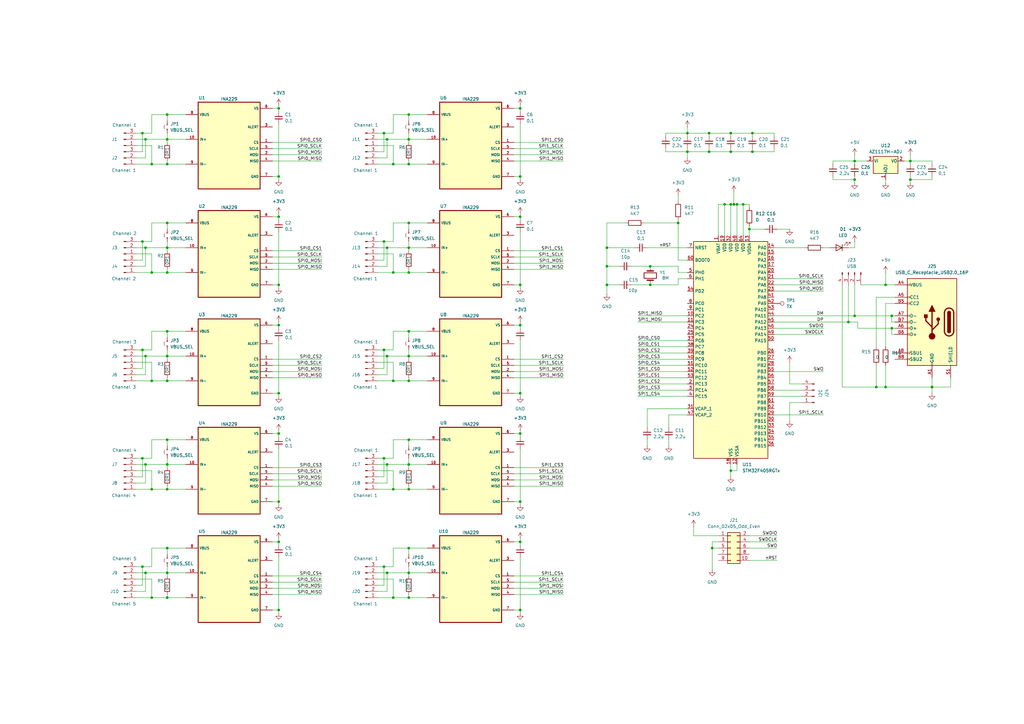
<source format=kicad_sch>
(kicad_sch (version 20231120) (generator "eeschema") (generator_version "8.0")
  (paper "A3")
  (junction (at 213.36 44.45))
  (junction (at 58.42 143.51))
  (junction (at 58.42 54.61))
  (junction (at 213.36 250.19))
  (junction (at 68.58 224.79))
  (junction (at 350.52 129.54))
  (junction (at 359.41 158.75))
  (junction (at 248.92 109.22))
  (junction (at 58.42 232.41))
  (junction (at 299.72 62.23))
  (junction (at 213.36 177.8))
  (junction (at 114.3 250.19))
  (junction (at 59.69 190.5))
  (junction (at 68.58 200.66))
  (junction (at 68.58 111.76))
  (junction (at 167.64 146.05))
  (junction (at 161.29 156.21))
  (junction (at 68.58 245.11))
  (junction (at 158.75 234.95))
  (junction (at 114.3 205.74))
  (junction (at 157.48 99.06))
  (junction (at 167.64 135.89))
  (junction (at 114.3 44.45))
  (junction (at 59.69 146.05))
  (junction (at 161.29 111.76))
  (junction (at 299.72 54.61))
  (junction (at 114.3 133.35))
  (junction (at 62.23 245.11))
  (junction (at 157.48 232.41))
  (junction (at 350.52 73.66))
  (junction (at 161.29 245.11))
  (junction (at 373.38 73.66))
  (junction (at 382.27 158.75))
  (junction (at 158.75 190.5))
  (junction (at 300.99 83.82))
  (junction (at 302.26 83.82))
  (junction (at 161.29 200.66))
  (junction (at 213.36 161.29))
  (junction (at 62.23 200.66))
  (junction (at 363.22 158.75))
  (junction (at 157.48 143.51))
  (junction (at 304.8 83.82))
  (junction (at 290.83 62.23))
  (junction (at 58.42 187.96))
  (junction (at 68.58 57.15))
  (junction (at 365.76 134.62))
  (junction (at 68.58 67.31))
  (junction (at 167.64 200.66))
  (junction (at 68.58 156.21))
  (junction (at 167.64 180.34))
  (junction (at 167.64 67.31))
  (junction (at 68.58 146.05))
  (junction (at 290.83 54.61))
  (junction (at 167.64 46.99))
  (junction (at 157.48 187.96))
  (junction (at 68.58 135.89))
  (junction (at 114.3 88.9))
  (junction (at 248.92 101.6))
  (junction (at 213.36 116.84))
  (junction (at 350.52 66.04))
  (junction (at 68.58 91.44))
  (junction (at 373.38 66.04))
  (junction (at 167.64 57.15))
  (junction (at 58.42 99.06))
  (junction (at 167.64 245.11))
  (junction (at 297.18 83.82))
  (junction (at 161.29 67.31))
  (junction (at 281.94 54.61))
  (junction (at 114.3 72.39))
  (junction (at 307.34 93.98))
  (junction (at 158.75 57.15))
  (junction (at 299.72 83.82))
  (junction (at 365.76 129.54))
  (junction (at 62.23 156.21))
  (junction (at 213.36 72.39))
  (junction (at 213.36 88.9))
  (junction (at 347.98 132.08))
  (junction (at 68.58 46.99))
  (junction (at 62.23 111.76))
  (junction (at 213.36 133.35))
  (junction (at 266.7 109.22))
  (junction (at 363.22 116.84))
  (junction (at 114.3 116.84))
  (junction (at 68.58 190.5))
  (junction (at 59.69 234.95))
  (junction (at 292.1 224.79))
  (junction (at 167.64 111.76))
  (junction (at 59.69 101.6))
  (junction (at 167.64 91.44))
  (junction (at 158.75 146.05))
  (junction (at 68.58 234.95))
  (junction (at 157.48 54.61))
  (junction (at 308.61 62.23))
  (junction (at 167.64 224.79))
  (junction (at 266.7 116.84))
  (junction (at 68.58 101.6))
  (junction (at 281.94 62.23))
  (junction (at 213.36 222.25))
  (junction (at 308.61 54.61))
  (junction (at 158.75 101.6))
  (junction (at 167.64 101.6))
  (junction (at 167.64 156.21))
  (junction (at 167.64 190.5))
  (junction (at 248.92 116.84))
  (junction (at 213.36 205.74))
  (junction (at 167.64 234.95))
  (junction (at 278.13 91.44))
  (junction (at 299.72 193.04))
  (junction (at 59.69 57.15))
  (junction (at 114.3 222.25))
  (junction (at 68.58 180.34))
  (junction (at 62.23 67.31))
  (junction (at 114.3 177.8))
  (junction (at 114.3 161.29))
  (wire (pts (xy 261.62 144.78) (xy 281.94 144.78)))
  (wire (pts (xy 307.34 224.79) (xy 318.77 224.79)))
  (wire (pts (xy 213.36 88.9) (xy 213.36 90.17)))
  (wire (pts (xy 114.3 222.25) (xy 114.3 220.98)))
  (wire (pts (xy 167.64 190.5) (xy 167.64 191.77)))
  (wire (pts (xy 157.48 232.41) (xy 161.29 232.41)))
  (wire (pts (xy 213.36 50.8) (xy 213.36 72.39)))
  (wire (pts (xy 154.94 54.61) (xy 157.48 54.61)))
  (wire (pts (xy 248.92 91.44) (xy 248.92 101.6)))
  (wire (pts (xy 175.26 180.34) (xy 167.64 180.34)))
  (wire (pts (xy 167.64 91.44) (xy 167.64 93.98)))
  (wire (pts (xy 210.82 60.96) (xy 231.14 60.96)))
  (wire (pts (xy 114.3 88.9) (xy 114.3 90.17)))
  (wire (pts (xy 278.13 114.3) (xy 281.94 114.3)))
  (wire (pts (xy 167.64 101.6) (xy 167.64 99.06)))
  (wire (pts (xy 353.06 116.84) (xy 363.22 116.84)))
  (wire (pts (xy 363.22 116.84) (xy 363.22 111.76)))
  (wire (pts (xy 58.42 54.61) (xy 62.23 54.61)))
  (wire (pts (xy 62.23 143.51) (xy 62.23 135.89)))
  (wire (pts (xy 290.83 60.96) (xy 290.83 62.23)))
  (wire (pts (xy 248.92 109.22) (xy 248.92 116.84)))
  (wire (pts (xy 302.26 83.82) (xy 304.8 83.82)))
  (wire (pts (xy 302.26 193.04) (xy 302.26 190.5)))
  (wire (pts (xy 367.03 137.16) (xy 365.76 137.16)))
  (wire (pts (xy 210.82 116.84) (xy 213.36 116.84)))
  (wire (pts (xy 154.94 151.13) (xy 157.48 151.13)))
  (wire (pts (xy 167.64 146.05) (xy 167.64 143.51)))
  (wire (pts (xy 213.36 133.35) (xy 213.36 134.62)))
  (wire (pts (xy 154.94 109.22) (xy 158.75 109.22)))
  (wire (pts (xy 373.38 66.04) (xy 382.27 66.04)))
  (wire (pts (xy 167.64 46.99) (xy 167.64 49.53)))
  (wire (pts (xy 154.94 242.57) (xy 158.75 242.57)))
  (wire (pts (xy 213.36 205.74) (xy 213.36 207.01)))
  (wire (pts (xy 76.2 245.11) (xy 68.58 245.11)))
  (wire (pts (xy 350.52 66.04) (xy 341.63 66.04)))
  (wire (pts (xy 55.88 59.69) (xy 62.23 59.69)))
  (wire (pts (xy 359.41 149.86) (xy 359.41 158.75)))
  (wire (pts (xy 175.26 245.11) (xy 167.64 245.11)))
  (wire (pts (xy 365.76 129.54) (xy 367.03 129.54)))
  (wire (pts (xy 167.64 234.95) (xy 167.64 232.41)))
  (wire (pts (xy 261.62 157.48) (xy 281.94 157.48)))
  (wire (pts (xy 167.64 200.66) (xy 167.64 199.39)))
  (wire (pts (xy 158.75 146.05) (xy 167.64 146.05)))
  (wire (pts (xy 210.82 102.87) (xy 231.14 102.87)))
  (wire (pts (xy 161.29 46.99) (xy 167.64 46.99)))
  (wire (pts (xy 158.75 153.67) (xy 158.75 146.05)))
  (wire (pts (xy 76.2 180.34) (xy 68.58 180.34)))
  (wire (pts (xy 154.94 232.41) (xy 157.48 232.41)))
  (wire (pts (xy 111.76 177.8) (xy 114.3 177.8)))
  (wire (pts (xy 76.2 190.5) (xy 68.58 190.5)))
  (wire (pts (xy 370.84 66.04) (xy 373.38 66.04)))
  (wire (pts (xy 111.76 196.85) (xy 132.08 196.85)))
  (wire (pts (xy 317.5 129.54) (xy 350.52 129.54)))
  (wire (pts (xy 55.88 62.23) (xy 58.42 62.23)))
  (wire (pts (xy 323.85 172.72) (xy 323.85 165.1)))
  (wire (pts (xy 261.62 149.86) (xy 281.94 149.86)))
  (wire (pts (xy 260.35 101.6) (xy 248.92 101.6)))
  (wire (pts (xy 58.42 187.96) (xy 62.23 187.96)))
  (wire (pts (xy 341.63 72.39) (xy 341.63 73.66)))
  (wire (pts (xy 154.94 57.15) (xy 158.75 57.15)))
  (wire (pts (xy 157.48 240.03) (xy 157.48 232.41)))
  (wire (pts (xy 161.29 135.89) (xy 167.64 135.89)))
  (wire (pts (xy 76.2 101.6) (xy 68.58 101.6)))
  (wire (pts (xy 154.94 237.49) (xy 161.29 237.49)))
  (wire (pts (xy 284.48 215.9) (xy 284.48 219.71)))
  (wire (pts (xy 154.94 234.95) (xy 158.75 234.95)))
  (wire (pts (xy 167.64 156.21) (xy 167.64 154.94)))
  (wire (pts (xy 307.34 92.71) (xy 307.34 93.98)))
  (wire (pts (xy 76.2 67.31) (xy 68.58 67.31)))
  (wire (pts (xy 299.72 190.5) (xy 299.72 193.04)))
  (wire (pts (xy 210.82 72.39) (xy 213.36 72.39)))
  (wire (pts (xy 261.62 154.94) (xy 281.94 154.94)))
  (wire (pts (xy 59.69 57.15) (xy 68.58 57.15)))
  (wire (pts (xy 175.26 224.79) (xy 167.64 224.79)))
  (wire (pts (xy 114.3 50.8) (xy 114.3 72.39)))
  (wire (pts (xy 317.5 55.88) (xy 317.5 54.61)))
  (wire (pts (xy 111.76 58.42) (xy 132.08 58.42)))
  (wire (pts (xy 266.7 116.84) (xy 278.13 116.84)))
  (wire (pts (xy 161.29 67.31) (xy 167.64 67.31)))
  (wire (pts (xy 264.16 91.44) (xy 278.13 91.44)))
  (wire (pts (xy 363.22 73.66) (xy 363.22 74.93)))
  (wire (pts (xy 213.36 72.39) (xy 213.36 73.66)))
  (wire (pts (xy 265.43 101.6) (xy 281.94 101.6)))
  (wire (pts (xy 210.82 149.86) (xy 231.14 149.86)))
  (wire (pts (xy 210.82 194.31) (xy 231.14 194.31)))
  (wire (pts (xy 114.3 133.35) (xy 114.3 134.62)))
  (wire (pts (xy 55.88 237.49) (xy 62.23 237.49)))
  (wire (pts (xy 114.3 222.25) (xy 114.3 223.52)))
  (wire (pts (xy 154.94 67.31) (xy 161.29 67.31)))
  (wire (pts (xy 210.82 154.94) (xy 231.14 154.94)))
  (wire (pts (xy 373.38 66.04) (xy 373.38 67.31)))
  (wire (pts (xy 294.64 222.25) (xy 292.1 222.25)))
  (wire (pts (xy 161.29 111.76) (xy 167.64 111.76)))
  (wire (pts (xy 210.82 241.3) (xy 231.14 241.3)))
  (wire (pts (xy 111.76 147.32) (xy 132.08 147.32)))
  (wire (pts (xy 175.26 91.44) (xy 167.64 91.44)))
  (wire (pts (xy 382.27 66.04) (xy 382.27 67.31)))
  (wire (pts (xy 55.88 195.58) (xy 58.42 195.58)))
  (wire (pts (xy 55.88 54.61) (xy 58.42 54.61)))
  (wire (pts (xy 210.82 147.32) (xy 231.14 147.32)))
  (wire (pts (xy 55.88 190.5) (xy 59.69 190.5)))
  (wire (pts (xy 55.88 240.03) (xy 58.42 240.03)))
  (wire (pts (xy 58.42 232.41) (xy 62.23 232.41)))
  (wire (pts (xy 154.94 101.6) (xy 158.75 101.6)))
  (wire (pts (xy 157.48 195.58) (xy 157.48 187.96)))
  (wire (pts (xy 382.27 158.75) (xy 382.27 161.29)))
  (wire (pts (xy 114.3 72.39) (xy 114.3 73.66)))
  (wire (pts (xy 278.13 109.22) (xy 266.7 109.22)))
  (wire (pts (xy 345.44 116.84) (xy 345.44 158.75)))
  (wire (pts (xy 317.5 152.4) (xy 337.82 152.4)))
  (wire (pts (xy 210.82 58.42) (xy 231.14 58.42)))
  (wire (pts (xy 68.58 46.99) (xy 68.58 49.53)))
  (wire (pts (xy 359.41 121.92) (xy 359.41 142.24)))
  (wire (pts (xy 308.61 60.96) (xy 308.61 62.23)))
  (wire (pts (xy 114.3 205.74) (xy 114.3 207.01)))
  (wire (pts (xy 154.94 148.59) (xy 161.29 148.59)))
  (wire (pts (xy 367.03 121.92) (xy 359.41 121.92)))
  (wire (pts (xy 114.3 116.84) (xy 114.3 118.11)))
  (wire (pts (xy 158.75 190.5) (xy 167.64 190.5)))
  (wire (pts (xy 55.88 146.05) (xy 59.69 146.05)))
  (wire (pts (xy 68.58 91.44) (xy 68.58 93.98)))
  (wire (pts (xy 307.34 93.98) (xy 307.34 96.52)))
  (wire (pts (xy 175.26 101.6) (xy 167.64 101.6)))
  (wire (pts (xy 68.58 146.05) (xy 68.58 143.51)))
  (wire (pts (xy 154.94 190.5) (xy 158.75 190.5)))
  (wire (pts (xy 114.3 228.6) (xy 114.3 250.19)))
  (wire (pts (xy 210.82 88.9) (xy 213.36 88.9)))
  (wire (pts (xy 213.36 222.25) (xy 213.36 220.98)))
  (wire (pts (xy 62.23 104.14) (xy 62.23 111.76)))
  (wire (pts (xy 161.29 143.51) (xy 161.29 135.89)))
  (wire (pts (xy 68.58 135.89) (xy 68.58 138.43)))
  (wire (pts (xy 58.42 62.23) (xy 58.42 54.61)))
  (wire (pts (xy 111.76 105.41) (xy 132.08 105.41)))
  (wire (pts (xy 317.5 170.18) (xy 337.82 170.18)))
  (wire (pts (xy 68.58 67.31) (xy 68.58 66.04)))
  (wire (pts (xy 55.88 193.04) (xy 62.23 193.04)))
  (wire (pts (xy 210.82 205.74) (xy 213.36 205.74)))
  (wire (pts (xy 265.43 180.34) (xy 265.43 182.88)))
  (wire (pts (xy 337.82 101.6) (xy 340.36 101.6)))
  (wire (pts (xy 307.34 219.71) (xy 318.77 219.71)))
  (wire (pts (xy 350.52 101.6) (xy 350.52 99.06)))
  (wire (pts (xy 59.69 153.67) (xy 59.69 146.05)))
  (wire (pts (xy 111.76 133.35) (xy 114.3 133.35)))
  (wire (pts (xy 278.13 111.76) (xy 278.13 109.22)))
  (wire (pts (xy 114.3 177.8) (xy 114.3 179.07)))
  (wire (pts (xy 213.36 228.6) (xy 213.36 250.19)))
  (wire (pts (xy 365.76 137.16) (xy 365.76 134.62)))
  (wire (pts (xy 167.64 101.6) (xy 167.64 102.87)))
  (wire (pts (xy 175.26 156.21) (xy 167.64 156.21)))
  (wire (pts (xy 350.52 73.66) (xy 350.52 72.39)))
  (wire (pts (xy 213.36 250.19) (xy 213.36 251.46)))
  (wire (pts (xy 213.36 44.45) (xy 213.36 45.72)))
  (wire (pts (xy 382.27 158.75) (xy 389.89 158.75)))
  (wire (pts (xy 68.58 156.21) (xy 68.58 154.94)))
  (wire (pts (xy 58.42 99.06) (xy 62.23 99.06)))
  (wire (pts (xy 175.26 200.66) (xy 167.64 200.66)))
  (wire (pts (xy 167.64 245.11) (xy 167.64 243.84)))
  (wire (pts (xy 350.52 129.54) (xy 365.76 129.54)))
  (wire (pts (xy 154.94 104.14) (xy 161.29 104.14)))
  (wire (pts (xy 154.94 99.06) (xy 157.48 99.06)))
  (wire (pts (xy 175.26 190.5) (xy 167.64 190.5)))
  (wire (pts (xy 157.48 187.96) (xy 161.29 187.96)))
  (wire (pts (xy 62.23 59.69) (xy 62.23 67.31)))
  (wire (pts (xy 167.64 135.89) (xy 167.64 138.43)))
  (wire (pts (xy 161.29 91.44) (xy 167.64 91.44)))
  (wire (pts (xy 261.62 142.24) (xy 281.94 142.24)))
  (wire (pts (xy 351.79 134.62) (xy 351.79 132.08)))
  (wire (pts (xy 317.5 114.3) (xy 337.82 114.3)))
  (wire (pts (xy 278.13 106.68) (xy 281.94 106.68)))
  (wire (pts (xy 111.76 149.86) (xy 132.08 149.86)))
  (wire (pts (xy 111.76 152.4) (xy 132.08 152.4)))
  (wire (pts (xy 259.08 109.22) (xy 266.7 109.22)))
  (wire (pts (xy 154.94 143.51) (xy 157.48 143.51)))
  (wire (pts (xy 213.36 222.25) (xy 213.36 223.52)))
  (wire (pts (xy 62.23 148.59) (xy 62.23 156.21)))
  (wire (pts (xy 58.42 151.13) (xy 58.42 143.51)))
  (wire (pts (xy 281.94 54.61) (xy 273.05 54.61)))
  (wire (pts (xy 55.88 57.15) (xy 59.69 57.15)))
  (wire (pts (xy 210.82 222.25) (xy 213.36 222.25)))
  (wire (pts (xy 158.75 57.15) (xy 167.64 57.15)))
  (wire (pts (xy 62.23 67.31) (xy 68.58 67.31)))
  (wire (pts (xy 161.29 232.41) (xy 161.29 224.79)))
  (wire (pts (xy 210.82 236.22) (xy 231.14 236.22)))
  (wire (pts (xy 68.58 234.95) (xy 68.58 232.41)))
  (wire (pts (xy 167.64 224.79) (xy 167.64 227.33)))
  (wire (pts (xy 158.75 101.6) (xy 167.64 101.6)))
  (wire (pts (xy 76.2 146.05) (xy 68.58 146.05)))
  (wire (pts (xy 278.13 91.44) (xy 278.13 106.68)))
  (wire (pts (xy 167.64 111.76) (xy 167.64 110.49)))
  (wire (pts (xy 111.76 72.39) (xy 114.3 72.39)))
  (wire (pts (xy 373.38 66.04) (xy 373.38 63.5)))
  (wire (pts (xy 68.58 245.11) (xy 68.58 243.84)))
  (wire (pts (xy 62.23 237.49) (xy 62.23 245.11)))
  (wire (pts (xy 292.1 224.79) (xy 294.64 224.79)))
  (wire (pts (xy 157.48 143.51) (xy 161.29 143.51)))
  (wire (pts (xy 161.29 237.49) (xy 161.29 245.11)))
  (wire (pts (xy 281.94 60.96) (xy 281.94 62.23)))
  (wire (pts (xy 167.64 234.95) (xy 167.64 236.22)))
  (wire (pts (xy 167.64 57.15) (xy 167.64 54.61)))
  (wire (pts (xy 350.52 73.66) (xy 350.52 74.93)))
  (wire (pts (xy 157.48 151.13) (xy 157.48 143.51)))
  (wire (pts (xy 274.32 180.34) (xy 274.32 182.88)))
  (wire (pts (xy 302.26 96.52) (xy 302.26 83.82)))
  (wire (pts (xy 154.94 64.77) (xy 158.75 64.77)))
  (wire (pts (xy 111.76 194.31) (xy 132.08 194.31)))
  (wire (pts (xy 76.2 234.95) (xy 68.58 234.95)))
  (wire (pts (xy 111.76 205.74) (xy 114.3 205.74)))
  (wire (pts (xy 210.82 243.84) (xy 231.14 243.84)))
  (wire (pts (xy 154.94 146.05) (xy 158.75 146.05)))
  (wire (pts (xy 367.03 134.62) (xy 365.76 134.62)))
  (wire (pts (xy 55.88 198.12) (xy 59.69 198.12)))
  (wire (pts (xy 307.34 83.82) (xy 307.34 85.09)))
  (wire (pts (xy 111.76 63.5) (xy 132.08 63.5)))
  (wire (pts (xy 161.29 180.34) (xy 167.64 180.34)))
  (wire (pts (xy 210.82 199.39) (xy 231.14 199.39)))
  (wire (pts (xy 59.69 190.5) (xy 68.58 190.5)))
  (wire (pts (xy 111.76 110.49) (xy 132.08 110.49)))
  (wire (pts (xy 111.76 60.96) (xy 132.08 60.96)))
  (wire (pts (xy 111.76 161.29) (xy 114.3 161.29)))
  (wire (pts (xy 59.69 101.6) (xy 68.58 101.6)))
  (wire (pts (xy 154.94 193.04) (xy 161.29 193.04)))
  (wire (pts (xy 175.26 146.05) (xy 167.64 146.05)))
  (wire (pts (xy 154.94 106.68) (xy 157.48 106.68)))
  (wire (pts (xy 158.75 242.57) (xy 158.75 234.95)))
  (wire (pts (xy 210.82 161.29) (xy 213.36 161.29)))
  (wire (pts (xy 111.76 222.25) (xy 114.3 222.25)))
  (wire (pts (xy 167.64 180.34) (xy 167.64 182.88)))
  (wire (pts (xy 111.76 191.77) (xy 132.08 191.77)))
  (wire (pts (xy 299.72 62.23) (xy 308.61 62.23)))
  (wire (pts (xy 299.72 83.82) (xy 300.99 83.82)))
  (wire (pts (xy 292.1 224.79) (xy 292.1 233.68)))
  (wire (pts (xy 373.38 72.39) (xy 373.38 73.66)))
  (wire (pts (xy 161.29 193.04) (xy 161.29 200.66)))
  (wire (pts (xy 299.72 193.04) (xy 302.26 193.04)))
  (wire (pts (xy 68.58 57.15) (xy 68.58 54.61)))
  (wire (pts (xy 111.76 154.94) (xy 132.08 154.94)))
  (wire (pts (xy 55.88 232.41) (xy 58.42 232.41)))
  (wire (pts (xy 304.8 83.82) (xy 307.34 83.82)))
  (wire (pts (xy 281.94 132.08) (xy 261.62 132.08)))
  (wire (pts (xy 273.05 62.23) (xy 273.05 60.96)))
  (wire (pts (xy 161.29 224.79) (xy 167.64 224.79)))
  (wire (pts (xy 55.88 64.77) (xy 59.69 64.77)))
  (wire (pts (xy 55.88 106.68) (xy 58.42 106.68)))
  (wire (pts (xy 161.29 156.21) (xy 167.64 156.21)))
  (wire (pts (xy 157.48 62.23) (xy 157.48 54.61)))
  (wire (pts (xy 213.36 139.7) (xy 213.36 161.29)))
  (wire (pts (xy 210.82 110.49) (xy 231.14 110.49)))
  (wire (pts (xy 317.5 132.08) (xy 347.98 132.08)))
  (wire (pts (xy 307.34 93.98) (xy 313.69 93.98)))
  (wire (pts (xy 58.42 106.68) (xy 58.42 99.06)))
  (wire (pts (xy 265.43 167.64) (xy 265.43 175.26)))
  (wire (pts (xy 111.76 199.39) (xy 132.08 199.39)))
  (wire (pts (xy 290.83 62.23) (xy 299.72 62.23)))
  (wire (pts (xy 114.3 95.25) (xy 114.3 116.84)))
  (wire (pts (xy 300.99 83.82) (xy 302.26 83.82)))
  (wire (pts (xy 261.62 152.4) (xy 281.94 152.4)))
  (wire (pts (xy 259.08 116.84) (xy 266.7 116.84)))
  (wire (pts (xy 62.23 135.89) (xy 68.58 135.89)))
  (wire (pts (xy 341.63 73.66) (xy 350.52 73.66)))
  (wire (pts (xy 210.82 152.4) (xy 231.14 152.4)))
  (wire (pts (xy 68.58 200.66) (xy 68.58 199.39)))
  (wire (pts (xy 55.88 111.76) (xy 62.23 111.76)))
  (wire (pts (xy 281.94 62.23) (xy 290.83 62.23)))
  (wire (pts (xy 382.27 154.94) (xy 382.27 158.75)))
  (wire (pts (xy 278.13 90.17) (xy 278.13 91.44)))
  (wire (pts (xy 111.76 243.84) (xy 132.08 243.84)))
  (wire (pts (xy 154.94 245.11) (xy 161.29 245.11)))
  (wire (pts (xy 213.36 44.45) (xy 213.36 43.18)))
  (wire (pts (xy 62.23 111.76) (xy 68.58 111.76)))
  (wire (pts (xy 389.89 158.75) (xy 389.89 154.94)))
  (wire (pts (xy 68.58 101.6) (xy 68.58 102.87)))
  (wire (pts (xy 76.2 200.66) (xy 68.58 200.66)))
  (wire (pts (xy 68.58 57.15) (xy 68.58 58.42)))
  (wire (pts (xy 167.64 146.05) (xy 167.64 147.32)))
  (wire (pts (xy 154.94 195.58) (xy 157.48 195.58)))
  (wire (pts (xy 68.58 146.05) (xy 68.58 147.32)))
  (wire (pts (xy 59.69 146.05) (xy 68.58 146.05)))
  (wire (pts (xy 161.29 54.61) (xy 161.29 46.99)))
  (wire (pts (xy 213.36 133.35) (xy 213.36 132.08)))
  (wire (pts (xy 297.18 83.82) (xy 297.18 96.52)))
  (wire (pts (xy 161.29 187.96) (xy 161.29 180.34)))
  (wire (pts (xy 299.72 60.96) (xy 299.72 62.23)))
  (wire (pts (xy 281.94 111.76) (xy 278.13 111.76)))
  (wire (pts (xy 210.82 107.95) (xy 231.14 107.95)))
  (wire (pts (xy 158.75 109.22) (xy 158.75 101.6)))
  (wire (pts (xy 210.82 105.41) (xy 231.14 105.41)))
  (wire (pts (xy 256.54 91.44) (xy 248.92 91.44)))
  (wire (pts (xy 248.92 116.84) (xy 254 116.84)))
  (wire (pts (xy 261.62 147.32) (xy 281.94 147.32)))
  (wire (pts (xy 261.62 139.7) (xy 281.94 139.7)))
  (wire (pts (xy 62.23 245.11) (xy 68.58 245.11)))
  (wire (pts (xy 347.98 132.08) (xy 351.79 132.08)))
  (wire (pts (xy 111.76 238.76) (xy 132.08 238.76)))
  (wire (pts (xy 274.32 170.18) (xy 274.32 175.26)))
  (wire (pts (xy 59.69 234.95) (xy 68.58 234.95)))
  (wire (pts (xy 62.23 200.66) (xy 68.58 200.66)))
  (wire (pts (xy 68.58 101.6) (xy 68.58 99.06)))
  (wire (pts (xy 114.3 250.19) (xy 114.3 251.46)))
  (wire (pts (xy 359.41 158.75) (xy 363.22 158.75)))
  (wire (pts (xy 161.29 104.14) (xy 161.29 111.76)))
  (wire (pts (xy 154.94 153.67) (xy 158.75 153.67)))
  (wire (pts (xy 154.94 59.69) (xy 161.29 59.69)))
  (wire (pts (xy 175.26 111.76) (xy 167.64 111.76)))
  (wire (pts (xy 308.61 62.23) (xy 317.5 62.23)))
  (wire (pts (xy 111.76 241.3) (xy 132.08 241.3)))
  (wire (pts (xy 210.82 44.45) (xy 213.36 44.45)))
  (wire (pts (xy 55.88 200.66) (xy 62.23 200.66)))
  (wire (pts (xy 294.64 83.82) (xy 297.18 83.82)))
  (wire (pts (xy 55.88 104.14) (xy 62.23 104.14)))
  (wire (pts (xy 154.94 62.23) (xy 157.48 62.23)))
  (wire (pts (xy 55.88 143.51) (xy 58.42 143.51)))
  (wire (pts (xy 114.3 44.45) (xy 114.3 45.72)))
  (wire (pts (xy 154.94 240.03) (xy 157.48 240.03)))
  (wire (pts (xy 350.52 63.5) (xy 350.52 66.04)))
  (wire (pts (xy 111.76 107.95) (xy 132.08 107.95)))
  (wire (pts (xy 175.26 135.89) (xy 167.64 135.89)))
  (wire (pts (xy 111.76 102.87) (xy 132.08 102.87)))
  (wire (pts (xy 111.76 116.84) (xy 114.3 116.84)))
  (wire (pts (xy 167.64 67.31) (xy 167.64 66.04)))
  (wire (pts (xy 213.36 161.29) (xy 213.36 162.56)))
  (wire (pts (xy 154.94 198.12) (xy 158.75 198.12)))
  (wire (pts (xy 175.26 57.15) (xy 167.64 57.15)))
  (wire (pts (xy 210.82 133.35) (xy 213.36 133.35)))
  (wire (pts (xy 76.2 46.99) (xy 68.58 46.99)))
  (wire (pts (xy 62.23 46.99) (xy 68.58 46.99)))
  (wire (pts (xy 55.88 151.13) (xy 58.42 151.13)))
  (wire (pts (xy 62.23 232.41) (xy 62.23 224.79)))
  (wire (pts (xy 281.94 54.61) (xy 281.94 55.88)))
  (wire (pts (xy 317.5 160.02) (xy 328.93 160.02)))
  (wire (pts (xy 297.18 83.82) (xy 299.72 83.82)))
  (wire (pts (xy 299.72 54.61) (xy 290.83 54.61)))
  (wire (pts (xy 55.88 67.31) (xy 62.23 67.31)))
  (wire (pts (xy 55.88 153.67) (xy 59.69 153.67)))
  (wire (pts (xy 278.13 80.01) (xy 278.13 82.55)))
  (wire (pts (xy 62.23 99.06) (xy 62.23 91.44)))
  (wire (pts (xy 210.82 250.19) (xy 213.36 250.19)))
  (wire (pts (xy 161.29 245.11) (xy 167.64 245.11)))
  (wire (pts (xy 157.48 106.68) (xy 157.48 99.06)))
  (wire (pts (xy 158.75 198.12) (xy 158.75 190.5)))
  (wire (pts (xy 363.22 149.86) (xy 363.22 158.75)))
  (wire (pts (xy 58.42 143.51) (xy 62.23 143.51)))
  (wire (pts (xy 68.58 111.76) (xy 68.58 110.49)))
  (wire (pts (xy 281.94 167.64) (xy 265.43 167.64)))
  (wire (pts (xy 281.94 62.23) (xy 273.05 62.23)))
  (wire (pts (xy 213.36 184.15) (xy 213.36 205.74)))
  (wire (pts (xy 294.64 219.71) (xy 284.48 219.71)))
  (wire (pts (xy 294.64 96.52) (xy 294.64 83.82)))
  (wire (pts (xy 317.5 116.84) (xy 337.82 116.84)))
  (wire (pts (xy 382.27 73.66) (xy 382.27 72.39)))
  (wire (pts (xy 323.85 157.48) (xy 328.93 157.48)))
  (wire (pts (xy 290.83 54.61) (xy 281.94 54.61)))
  (wire (pts (xy 367.03 132.08) (xy 365.76 132.08)))
  (wire (pts (xy 175.26 234.95) (xy 167.64 234.95)))
  (wire (pts (xy 114.3 184.15) (xy 114.3 205.74)))
  (wire (pts (xy 355.6 66.04) (xy 350.52 66.04)))
  (wire (pts (xy 307.34 222.25) (xy 318.77 222.25)))
  (wire (pts (xy 210.82 191.77) (xy 231.14 191.77)))
  (wire (pts (xy 373.38 73.66) (xy 382.27 73.66)))
  (wire (pts (xy 55.88 148.59) (xy 62.23 148.59)))
  (wire (pts (xy 299.72 193.04) (xy 299.72 195.58)))
  (wire (pts (xy 248.92 116.84) (xy 248.92 120.65)))
  (wire (pts (xy 55.88 242.57) (xy 59.69 242.57)))
  (wire (pts (xy 114.3 133.35) (xy 114.3 132.08)))
  (wire (pts (xy 76.2 111.76) (xy 68.58 111.76)))
  (wire (pts (xy 317.5 101.6) (xy 330.2 101.6)))
  (wire (pts (xy 59.69 109.22) (xy 59.69 101.6)))
  (wire (pts (xy 167.64 57.15) (xy 167.64 58.42)))
  (wire (pts (xy 213.36 95.25) (xy 213.36 116.84)))
  (wire (pts (xy 62.23 224.79) (xy 68.58 224.79)))
  (wire (pts (xy 62.23 156.21) (xy 68.58 156.21)))
  (wire (pts (xy 299.72 83.82) (xy 299.72 96.52)))
  (wire (pts (xy 158.75 64.77) (xy 158.75 57.15)))
  (wire (pts (xy 341.63 66.04) (xy 341.63 67.31)))
  (wire (pts (xy 363.22 142.24) (xy 363.22 124.46)))
  (wire (pts (xy 55.88 234.95) (xy 59.69 234.95)))
  (wire (pts (xy 278.13 116.84) (xy 278.13 114.3)))
  (wire (pts (xy 68.58 180.34) (xy 68.58 182.88)))
  (wire (pts (xy 111.76 250.19) (xy 114.3 250.19)))
  (wire (pts (xy 308.61 54.61) (xy 299.72 54.61)))
  (wire (pts (xy 111.76 88.9) (xy 114.3 88.9)))
  (wire (pts (xy 317.5 119.38) (xy 337.82 119.38)))
  (wire (pts (xy 300.99 78.74) (xy 300.99 83.82)))
  (wire (pts (xy 323.85 165.1) (xy 328.93 165.1)))
  (wire (pts (xy 76.2 135.89) (xy 68.58 135.89)))
  (wire (pts (xy 317.5 162.56) (xy 328.93 162.56)))
  (wire (pts (xy 157.48 54.61) (xy 161.29 54.61)))
  (wire (pts (xy 111.76 236.22) (xy 132.08 236.22)))
  (wire (pts (xy 161.29 59.69) (xy 161.29 67.31)))
  (wire (pts (xy 290.83 54.61) (xy 290.83 55.88)))
  (wire (pts (xy 55.88 156.21) (xy 62.23 156.21)))
  (wire (pts (xy 55.88 99.06) (xy 58.42 99.06)))
  (wire (pts (xy 114.3 161.29) (xy 114.3 162.56)))
  (wire (pts (xy 350.52 116.84) (xy 350.52 129.54)))
  (wire (pts (xy 347.98 101.6) (xy 350.52 101.6)))
  (wire (pts (xy 292.1 222.25) (xy 292.1 224.79)))
  (wire (pts (xy 317.5 54.61) (xy 308.61 54.61)))
  (wire (pts (xy 281.94 52.07) (xy 281.94 54.61)))
  (wire (pts (xy 213.36 177.8) (xy 213.36 179.07)))
  (wire (pts (xy 261.62 160.02) (xy 281.94 160.02)))
  (wire (pts (xy 365.76 134.62) (xy 351.79 134.62)))
  (wire (pts (xy 281.94 170.18) (xy 274.32 170.18)))
  (wire (pts (xy 154.94 200.66) (xy 161.29 200.66)))
  (wire (pts (xy 76.2 156.21) (xy 68.58 156.21)))
  (wire (pts (xy 261.62 162.56) (xy 281.94 162.56)))
  (wire (pts (xy 62.23 54.61) (xy 62.23 46.99)))
  (wire (pts (xy 213.36 177.8) (xy 213.36 176.53)))
  (wire (pts (xy 158.75 234.95) (xy 167.64 234.95)))
  (wire (pts (xy 299.72 54.61) (xy 299.72 55.88)))
  (wire (pts (xy 317.5 134.62) (xy 337.82 134.62)))
  (wire (pts (xy 307.34 229.87) (xy 318.77 229.87)))
  (wire (pts (xy 58.42 240.03) (xy 58.42 232.41)))
  (wire (pts (xy 210.82 177.8) (xy 213.36 177.8)))
  (wire (pts (xy 318.77 93.98) (xy 323.85 93.98)))
  (wire (pts (xy 281.94 129.54) (xy 261.62 129.54)))
  (wire (pts (xy 76.2 57.15) (xy 68.58 57.15)))
  (wire (pts (xy 111.76 44.45) (xy 114.3 44.45)))
  (wire (pts (xy 114.3 88.9) (xy 114.3 87.63)))
  (wire (pts (xy 367.03 116.84) (xy 363.22 116.84)))
  (wire (pts (xy 365.76 132.08) (xy 365.76 129.54)))
  (wire (pts (xy 175.26 67.31) (xy 167.64 67.31)))
  (wire (pts (xy 114.3 44.45) (xy 114.3 43.18)))
  (wire (pts (xy 76.2 224.79) (xy 68.58 224.79)))
  (wire (pts (xy 68.58 190.5) (xy 68.58 187.96)))
  (wire (pts (xy 281.94 62.23) (xy 281.94 64.77)))
  (wire (pts (xy 62.23 180.34) (xy 68.58 180.34)))
  (wire (pts (xy 59.69 242.57) (xy 59.69 234.95)))
  (wire (pts (xy 62.23 193.04) (xy 62.23 200.66)))
  (wire (pts (xy 68.58 190.5) (xy 68.58 191.77)))
  (wire (pts (xy 345.44 158.75) (xy 359.41 158.75)))
  (wire (pts (xy 175.26 46.99) (xy 167.64 46.99)))
  (wire (pts (xy 62.23 187.96) (xy 62.23 180.34)))
  (wire (pts (xy 213.36 88.9) (xy 213.36 87.63)))
  (wire (pts (xy 68.58 234.95) (xy 68.58 236.22)))
  (wire (pts (xy 213.36 116.84) (xy 213.36 118.11)))
  (wire (pts (xy 308.61 54.61) (xy 308.61 55.88)))
  (wire (pts (xy 210.82 66.04) (xy 231.14 66.04)))
  (wire (pts (xy 161.29 148.59) (xy 161.29 156.21)))
  (wire (pts (xy 248.92 101.6) (xy 248.92 109.22)))
  (wire (pts (xy 58.42 195.58) (xy 58.42 187.96)))
  (wire (pts (xy 59.69 198.12) (xy 59.69 190.5)))
  (wire (pts (xy 373.38 73.66) (xy 373.38 74.93)))
  (wire (pts (xy 154.94 187.96) (xy 157.48 187.96)))
  (wire (pts (xy 210.82 238.76) (xy 231.14 238.76)))
  (wire (pts (xy 304.8 96.52) (xy 304.8 83.82)))
  (wire (pts (xy 273.05 54.61) (xy 273.05 55.88)))
  (wire (pts (xy 363.22 124.46) (xy 367.03 124.46)))
  (wire (pts (xy 363.22 158.75) (xy 382.27 158.75)))
  (wire (pts (xy 62.23 91.44) (xy 68.58 91.44)))
  (wire (pts (xy 157.48 99.06) (xy 161.29 99.06)))
  (wire (pts (xy 68.58 224.79) (xy 68.58 227.33)))
  (wire (pts (xy 167.64 190.5) (xy 167.64 187.96)))
  (wire (pts (xy 111.76 66.04) (xy 132.08 66.04)))
  (wire (pts (xy 323.85 148.59) (xy 323.85 157.48)))
  (wire (pts (xy 350.52 66.04) (xy 350.52 67.31)))
  (wire (pts (xy 154.94 111.76) (xy 161.29 111.76)))
  (wire (pts (xy 317.5 137.16) (xy 337.82 137.16)))
  (wire (pts (xy 55.88 109.22) (xy 59.69 109.22)))
  (wire (pts (xy 210.82 63.5) (xy 231.14 63.5)))
  (wire (pts (xy 76.2 91.44) (xy 68.58 91.44)))
  (wire (pts (xy 55.88 245.11) (xy 62.23 245.11)))
  (wire (pts (xy 347.98 116.84) (xy 347.98 132.08)))
  (wire (pts (xy 55.88 187.96) (xy 58.42 187.96)))
  (wire (pts (xy 210.82 196.85) (xy 231.14 196.85)))
  (wire (pts (xy 317.5 62.23) (xy 317.5 60.96)))
  (wire (pts (xy 254 109.22) (xy 248.92 109.22)))
  (wire (pts (xy 59.69 64.77) (xy 59.69 57.15)))
  (wire (pts (xy 161.29 200.66) (xy 167.64 200.66)))
  (wire (pts (xy 114.3 177.8) (xy 114.3 176.53)))
  (wire (pts (xy 154.94 156.21) (xy 161.29 156.21)))
  (wire (pts (xy 161.29 99.06) (xy 161.29 91.44)))
  (wire (pts (xy 55.88 101.6) (xy 59.69 101.6)))
  (wire (pts (xy 114.3 139.7) (xy 114.3 161.29)))
  (label "SPI0_CS0" (at 261.62 139.7 0))
  (label "SWDCLK" (at 318.77 222.25 180))
  (label "SPI0_CS4" (at 261.62 149.86 0))
  (label "SPI1_CS3" (at 261.62 160.02 0))
  (label "SPI0_CS0" (at 132.08 58.42 180))
  (label "SPI1_CS4" (at 231.14 236.22 180))
  (label "SWDIO" (at 318.77 219.71 180))
  (label "SPI0_MISO" (at 132.08 110.49 180))
  (label "SPI0_MOSI" (at 132.08 152.4 180))
  (label "SPI1_CS1" (at 231.14 102.87 180))
  (label "SPI0_CS4" (at 132.08 236.22 180))
  (label "SPI1_SCLK" (at 337.82 170.18 180))
  (label "SPI1_MOSI" (at 231.14 152.4 180))
  (label "DM" (at 337.82 129.54 180))
  (label "SPI1_MISO" (at 231.14 243.84 180))
  (label "SPI0_MISO" (at 132.08 154.94 180))
  (label "nRST" (at 318.77 229.87 180))
  (label "SPI1_SCLK" (at 231.14 60.96 180))
  (label "SPI1_MISO" (at 231.14 199.39 180))
  (label "SPI0_CS3" (at 261.62 147.32 0))
  (label "SPI1_MOSI" (at 261.62 132.08 0))
  (label "SPI1_MISO" (at 231.14 110.49 180))
  (label "SPI1_MOSI" (at 231.14 196.85 180))
  (label "SPI0_MISO" (at 337.82 116.84 180))
  (label "SPI1_CS3" (at 231.14 191.77 180))
  (label "SPI0_SCLK" (at 132.08 105.41 180))
  (label "SPI0_CS3" (at 132.08 191.77 180))
  (label "SPI0_MOSI" (at 132.08 196.85 180))
  (label "SWDIO" (at 337.82 134.62 180))
  (label "SPI1_CS0" (at 231.14 58.42 180))
  (label "SPI1_MOSI" (at 231.14 241.3 180))
  (label "SWO" (at 318.77 224.79 180))
  (label "SPI1_SCLK" (at 231.14 238.76 180))
  (label "SPI1_MISO" (at 231.14 66.04 180))
  (label "SPI1_SCLK" (at 231.14 149.86 180))
  (label "SPI0_MOSI" (at 132.08 241.3 180))
  (label "SPI1_CS0" (at 261.62 152.4 0))
  (label "SPI1_CS2" (at 261.62 157.48 0))
  (label "SPI0_SCLK" (at 132.08 60.96 180))
  (label "SPI0_MOSI" (at 132.08 107.95 180))
  (label "SPI0_MISO" (at 132.08 66.04 180))
  (label "SWDCLK" (at 337.82 137.16 180))
  (label "SPI1_SCLK" (at 231.14 105.41 180))
  (label "SWO" (at 337.82 152.4 180))
  (label "nRST" (at 270.51 101.6 0))
  (label "SPI0_SCLK" (at 132.08 149.86 180))
  (label "SPI0_MOSI" (at 132.08 63.5 180))
  (label "SPI1_MISO" (at 231.14 154.94 180))
  (label "SPI0_SCLK" (at 132.08 238.76 180))
  (label "SPI0_SCLK" (at 132.08 194.31 180))
  (label "SPI0_MOSI" (at 337.82 119.38 180))
  (label "SPI0_CS2" (at 261.62 144.78 0))
  (label "SPI0_CS1" (at 132.08 102.87 180))
  (label "SPI1_MOSI" (at 231.14 107.95 180))
  (label "SPI1_MOSI" (at 231.14 63.5 180))
  (label "SPI0_CS1" (at 261.62 142.24 0))
  (label "SPI0_MISO" (at 132.08 199.39 180))
  (label "SPI0_MISO" (at 132.08 243.84 180))
  (label "SPI1_MISO" (at 261.62 129.54 0))
  (label "SPI1_CS4" (at 261.62 162.56 0))
  (label "SPI1_CS1" (at 261.62 154.94 0))
  (label "SPI1_CS2" (at 231.14 147.32 180))
  (label "SPI0_SCLK" (at 337.82 114.3 180))
  (label "DP" (at 337.82 132.08 180))
  (label "SPI0_CS2" (at 132.08 147.32 180))
  (label "SPI1_SCLK" (at 231.14 194.31 180))
  (symbol (lib_id "Jumper:Jumper_2_Small_Open") (at 167.64 229.87 90) (unit 1) (exclude_from_sim yes)
    (property "Reference" "JP10" (at 168.91 228.5999 90) (effects (justify right)))
    (property "Value" "VBUS_SEL" (at 168.91 231.1399 90) (effects (justify right)))
    (property "Footprint" "Connector_PinHeader_2.54mm:PinHeader_1x02_P2.54mm_Vertical" (effects (hide yes)))
    (property "Description" "Jumper, 2-pole, small symbol, open" (effects (hide yes)))
  )
  (symbol (lib_id "power:GND") (at 213.36 207.01 0) (unit 1)
    (property "Reference" "#PWR018" (effects (hide yes)))
    (property "Value" "GND" (at 213.36 212.09 0))
    (property "Description" "Power symbol creates a global label with name \"GND\" , ground" (effects (hide yes)))
  )
  (symbol (lib_id "power:GND") (at 114.3 207.01 0) (unit 1)
    (property "Reference" "#PWR08" (effects (hide yes)))
    (property "Value" "GND" (at 114.3 212.09 0))
    (property "Description" "Power symbol creates a global label with name \"GND\" , ground" (effects (hide yes)))
  )
  (symbol (lib_id "Device:C_Small") (at 114.3 181.61 0) (unit 1)
    (property "Reference" "C4" (at 116.84 180.3462 0) (effects (justify left)))
    (property "Value" "0.1" (at 116.84 182.8862 0) (effects (justify left)))
    (property "Footprint" "Capacitor_SMD:C_0603_1608Metric_Pad1.08x0.95mm_HandSolder" (effects (hide yes)))
    (property "Description" "Unpolarized capacitor, small symbol" (effects (hide yes)))
  )
  (symbol (lib_id "Device:C_Small") (at 213.36 48.26 0) (unit 1)
    (property "Reference" "C6" (at 215.9 46.9962 0) (effects (justify left)))
    (property "Value" "0.1" (at 215.9 49.5362 0) (effects (justify left)))
    (property "Footprint" "Capacitor_SMD:C_0603_1608Metric_Pad1.08x0.95mm_HandSolder" (effects (hide yes)))
    (property "Description" "Unpolarized capacitor, small symbol" (effects (hide yes)))
  )
  (symbol (lib_id "Device:R") (at 260.35 91.44 90) (unit 1)
    (property "Reference" "R13" (at 260.35 85.09 90))
    (property "Value" "4K7" (at 260.35 87.63 90))
    (property "Footprint" "Resistor_SMD:R_0603_1608Metric_Pad0.98x0.95mm_HandSolder" (effects (hide yes)))
    (property "Description" "Resistor" (effects (hide yes)))
  )
  (symbol (lib_id "INA:INA229") (at 76.2 200.66 0) (unit 1)
    (property "Reference" "U4" (at 82.804 173.482 0))
    (property "Value" "INA229" (at 93.98 173.99 0))
    (property "Footprint" "Package_SO:VSSOP-10_3x3mm_P0.5mm" (effects (hide yes)))
  )
  (symbol (lib_id "Device:R") (at 68.58 195.58 0) (unit 1)
    (property "Reference" "R4" (at 64.516 193.802 0) (effects (justify left)))
    (property "Value" "0R1" (at 68.58 197.612 90) (effects (justify left)))
    (property "Footprint" "Resistor_SMD:R_1206_3216Metric_Pad1.30x1.75mm_HandSolder" (effects (hide yes)))
    (property "Description" "Resistor" (effects (hide yes)))
  )
  (symbol (lib_id "Device:Crystal") (at 266.7 113.03 90) (unit 1)
    (property "Reference" "Y1" (at 270.51 111.7599 90) (effects (justify right)))
    (property "Value" "8M" (at 271.526 114.046 90) (effects (justify right)))
    (property "Footprint" "Crystal:Crystal_HC18-U_Vertical" (effects (hide yes)))
    (property "Description" "Two pin crystal" (effects (hide yes)))
  )
  (symbol (lib_id "Connector:Conn_01x03_Pin") (at 50.8 234.95 0) (mirror x) (unit 1)
    (property "Reference" "J9" (at 46.99 234.95 0))
    (property "Value" "Channel 5" (at 51.054 229.108 0))
    (property "Footprint" "Connector_PinHeader_2.54mm:PinHeader_1x03_P2.54mm_Vertical" (effects (hide yes)))
    (property "Description" "Generic connector, single row, 01x03, script generated" (effects (hide yes)))
  )
  (symbol (lib_id "Jumper:Jumper_2_Small_Open") (at 167.64 140.97 90) (unit 1) (exclude_from_sim yes)
    (property "Reference" "JP8" (at 168.91 139.6999 90) (effects (justify right)))
    (property "Value" "VBUS_SEL" (at 168.91 142.2399 90) (effects (justify right)))
    (property "Footprint" "Connector_PinHeader_2.54mm:PinHeader_1x02_P2.54mm_Vertical" (effects (hide yes)))
    (property "Description" "Jumper, 2-pole, small symbol, open" (effects (hide yes)))
  )
  (symbol (lib_id "Connector:Conn_01x03_Pin") (at 50.8 153.67 0) (mirror x) (unit 1)
    (property "Reference" "J6" (at 46.99 153.67 0))
    (property "Value" "Channel 3" (at 50.8 158.75 0))
    (property "Footprint" "Connector_Phoenix_MC_HighVoltage:PhoenixContact_MCV_1,5_3-G-5.08_1x03_P5.08mm_Vertical" (effects (hide yes)))
    (property "Description" "Generic connector, single row, 01x03, script generated" (effects (hide yes)))
  )
  (symbol (lib_id "power:+3V3") (at 114.3 43.18 0) (unit 1)
    (property "Reference" "#PWR02" (effects (hide yes)))
    (property "Value" "+3V3" (at 114.3 38.1 0))
    (property "Description" "Power symbol creates a global label with name \"+3V3\"" (effects (hide yes)))
  )
  (symbol (lib_id "Device:R") (at 359.41 146.05 180) (unit 1)
    (property "Reference" "R15" (at 353.314 144.272 0) (effects (justify right)))
    (property "Value" "0" (at 359.156 146.558 0) (effects (justify right)))
    (property "Footprint" "Resistor_SMD:R_0603_1608Metric_Pad0.98x0.95mm_HandSolder" (effects (hide yes)))
    (property "Description" "Resistor" (effects (hide yes)))
  )
  (symbol (lib_id "Connector:Conn_01x03_Pin") (at 149.86 57.15 0) (mirror x) (unit 1)
    (property "Reference" "J11" (at 146.05 57.15 0))
    (property "Value" "Channel 1" (at 150.114 51.308 0))
    (property "Footprint" "Connector_PinHeader_2.54mm:PinHeader_1x03_P2.54mm_Vertical" (effects (hide yes)))
    (property "Description" "Generic connector, single row, 01x03, script generated" (effects (hide yes)))
  )
  (symbol (lib_id "Jumper:Jumper_2_Small_Open") (at 167.64 185.42 90) (unit 1) (exclude_from_sim yes)
    (property "Reference" "JP9" (at 168.91 184.1499 90) (effects (justify right)))
    (property "Value" "VBUS_SEL" (at 168.91 186.6899 90) (effects (justify right)))
    (property "Footprint" "Connector_PinHeader_2.54mm:PinHeader_1x02_P2.54mm_Vertical" (effects (hide yes)))
    (property "Description" "Jumper, 2-pole, small symbol, open" (effects (hide yes)))
  )
  (symbol (lib_id "Device:C_Small") (at 265.43 177.8 0) (unit 1)
    (property "Reference" "C12" (at 267.97 176.5362 0) (effects (justify left)))
    (property "Value" "2,2u" (at 267.97 179.0762 0) (effects (justify left)))
    (property "Footprint" "Capacitor_SMD:C_0805_2012Metric_Pad1.18x1.45mm_HandSolder" (effects (hide yes)))
    (property "Description" "Unpolarized capacitor, small symbol" (effects (hide yes)))
  )
  (symbol (lib_id "Device:R") (at 334.01 101.6 90) (unit 1)
    (property "Reference" "R16" (at 334.01 95.25 90))
    (property "Value" "4K7" (at 334.01 97.79 90))
    (property "Footprint" "Resistor_SMD:R_0603_1608Metric_Pad0.98x0.95mm_HandSolder" (effects (hide yes)))
    (property "Description" "Resistor" (effects (hide yes)))
  )
  (symbol (lib_id "Device:C_Small") (at 308.61 58.42 180) (unit 1)
    (property "Reference" "C20" (at 311.15 57.1435 0) (effects (justify right)))
    (property "Value" "0,1" (at 311.15 59.6835 0) (effects (justify right)))
    (property "Footprint" "Capacitor_SMD:C_0603_1608Metric_Pad1.08x0.95mm_HandSolder" (effects (hide yes)))
    (property "Description" "Unpolarized capacitor, small symbol" (effects (hide yes)))
  )
  (symbol (lib_id "Connector:Conn_01x03_Pin") (at 149.86 146.05 0) (mirror x) (unit 1)
    (property "Reference" "J15" (at 146.05 146.05 0))
    (property "Value" "Channel 1" (at 150.114 140.208 0))
    (property "Footprint" "Connector_PinHeader_2.54mm:PinHeader_1x03_P2.54mm_Vertical" (effects (hide yes)))
    (property "Description" "Generic connector, single row, 01x03, script generated" (effects (hide yes)))
  )
  (symbol (lib_id "Device:R") (at 68.58 240.03 0) (unit 1)
    (property "Reference" "R5" (at 64.516 238.252 0) (effects (justify left)))
    (property "Value" "0R1" (at 68.58 242.062 90) (effects (justify left)))
    (property "Footprint" "Resistor_SMD:R_1206_3216Metric_Pad1.30x1.75mm_HandSolder" (effects (hide yes)))
    (property "Description" "Resistor" (effects (hide yes)))
  )
  (symbol (lib_id "power:+3V3") (at 213.36 87.63 0) (unit 1)
    (property "Reference" "#PWR013" (effects (hide yes)))
    (property "Value" "+3V3" (at 213.36 82.55 0))
    (property "Description" "Power symbol creates a global label with name \"+3V3\"" (effects (hide yes)))
  )
  (symbol (lib_id "power:+3V3") (at 114.3 132.08 0) (unit 1)
    (property "Reference" "#PWR05" (effects (hide yes)))
    (property "Value" "+3V3" (at 114.3 127 0))
    (property "Description" "Power symbol creates a global label with name \"+3V3\"" (effects (hide yes)))
  )
  (symbol (lib_id "power:GND") (at 213.36 118.11 0) (unit 1)
    (property "Reference" "#PWR014" (effects (hide yes)))
    (property "Value" "GND" (at 213.36 123.19 0))
    (property "Description" "Power symbol creates a global label with name \"GND\" , ground" (effects (hide yes)))
  )
  (symbol (lib_id "Jumper:Jumper_2_Small_Open") (at 68.58 96.52 90) (unit 1) (exclude_from_sim yes)
    (property "Reference" "JP2" (at 69.85 95.2499 90) (effects (justify right)))
    (property "Value" "VBUS_SEL" (at 69.85 97.7899 90) (effects (justify right)))
    (property "Footprint" "Connector_PinHeader_2.54mm:PinHeader_1x02_P2.54mm_Vertical" (effects (hide yes)))
    (property "Description" "Jumper, 2-pole, small symbol, open" (effects (hide yes)))
  )
  (symbol (lib_id "power:GND") (at 265.43 182.88 0) (unit 1)
    (property "Reference" "#PWR021" (effects (hide yes)))
    (property "Value" "GND" (at 265.43 187.96 0))
    (property "Description" "Power symbol creates a global label with name \"GND\" , ground" (effects (hide yes)))
  )
  (symbol (lib_id "Device:C_Small") (at 256.54 109.22 90) (unit 1)
    (property "Reference" "C14" (at 256.5463 102.87 90))
    (property "Value" "10p" (at 256.5463 105.41 90))
    (property "Footprint" "Capacitor_SMD:C_0603_1608Metric_Pad1.08x0.95mm_HandSolder" (effects (hide yes)))
    (property "Description" "Unpolarized capacitor, small symbol" (effects (hide yes)))
  )
  (symbol (lib_id "Device:C_Small") (at 373.38 69.85 0) (unit 1)
    (property "Reference" "C23" (at 375.92 68.5862 0) (effects (justify left)))
    (property "Value" "2,2u" (at 375.92 71.1262 0) (effects (justify left)))
    (property "Footprint" "Capacitor_SMD:C_0805_2012Metric_Pad1.18x1.45mm_HandSolder" (effects (hide yes)))
    (property "Description" "Unpolarized capacitor, small symbol" (effects (hide yes)))
  )
  (symbol (lib_id "INA:INA229") (at 76.2 156.21 0) (unit 1)
    (property "Reference" "U3" (at 82.804 129.032 0))
    (property "Value" "INA229" (at 93.98 129.54 0))
    (property "Footprint" "Package_SO:VSSOP-10_3x3mm_P0.5mm" (effects (hide yes)))
  )
  (symbol (lib_id "INA:INA229") (at 76.2 67.31 0) (unit 1)
    (property "Reference" "U1" (at 82.804 40.132 0))
    (property "Value" "INA229" (at 93.98 40.64 0))
    (property "Footprint" "Package_SO:VSSOP-10_3x3mm_P0.5mm" (effects (hide yes)))
  )
  (symbol (lib_id "power:GND") (at 382.27 161.29 0) (unit 1)
    (property "Reference" "#PWR032" (effects (hide yes)))
    (property "Value" "GND" (at 382.27 166.37 0))
    (property "Description" "Power symbol creates a global label with name \"GND\" , ground" (effects (hide yes)))
  )
  (symbol (lib_id "Connector:USB_C_Receptacle_USB2.0_16P") (at 382.27 132.08 0) (mirror y) (unit 1)
    (property "Reference" "J25" (at 382.27 109.22 0))
    (property "Value" "USB_C_Receptacle_USB2.0_16P" (at 382.27 111.76 0))
    (property "Footprint" "Connector_USB:USB_C_Receptacle_GCT_USB4105-xx-A_16P_TopMnt_Horizontal" (effects (hide yes)))
    (property "Datasheet" "https://www.usb.org/sites/default/files/documents/usb_type-c.zip" (effects (hide yes)))
    (property "Description" "USB 2.0-only 16P Type-C Receptacle connector" (effects (hide yes)))
  )
  (symbol (lib_id "power:GND") (at 114.3 73.66 0) (unit 1)
    (property "Reference" "#PWR01" (effects (hide yes)))
    (property "Value" "GND" (at 114.3 78.74 0))
    (property "Description" "Power symbol creates a global label with name \"GND\" , ground" (effects (hide yes)))
  )
  (symbol (lib_id "Connector:Conn_01x03_Pin") (at 149.86 153.67 0) (mirror x) (unit 1)
    (property "Reference" "J16" (at 146.05 153.67 0))
    (property "Value" "Channel 1" (at 149.86 158.75 0))
    (property "Footprint" "Connector_Phoenix_MC_HighVoltage:PhoenixContact_MCV_1,5_3-G-5.08_1x03_P5.08mm_Vertical" (effects (hide yes)))
    (property "Description" "Generic connector, single row, 01x03, script generated" (effects (hide yes)))
  )
  (symbol (lib_id "Connector:Conn_01x03_Pin") (at 50.8 190.5 0) (mirror x) (unit 1)
    (property "Reference" "J7" (at 46.99 190.5 0))
    (property "Value" "Channel 4" (at 51.054 184.658 0))
    (property "Footprint" "Connector_PinHeader_2.54mm:PinHeader_1x03_P2.54mm_Vertical" (effects (hide yes)))
    (property "Description" "Generic connector, single row, 01x03, script generated" (effects (hide yes)))
  )
  (symbol (lib_id "Jumper:Jumper_2_Small_Open") (at 68.58 52.07 90) (unit 1) (exclude_from_sim yes)
    (property "Reference" "JP1" (at 69.85 50.7999 90) (effects (justify right)))
    (property "Value" "VBUS_SEL" (at 69.85 53.3399 90) (effects (justify right)))
    (property "Footprint" "Connector_PinHeader_2.54mm:PinHeader_1x02_P2.54mm_Vertical" (effects (hide yes)))
    (property "Description" "Jumper, 2-pole, small symbol, open" (effects (hide yes)))
  )
  (symbol (lib_id "Connector:Conn_01x03_Pin") (at 149.86 234.95 0) (mirror x) (unit 1)
    (property "Reference" "J19" (at 146.05 234.95 0))
    (property "Value" "Channel 1" (at 150.114 229.108 0))
    (property "Footprint" "Connector_PinHeader_2.54mm:PinHeader_1x03_P2.54mm_Vertical" (effects (hide yes)))
    (property "Description" "Generic connector, single row, 01x03, script generated" (effects (hide yes)))
  )
  (symbol (lib_id "power:GND") (at 373.38 74.93 0) (unit 1)
    (property "Reference" "#PWR036" (effects (hide yes)))
    (property "Value" "GND" (at 373.38 80.01 0))
    (property "Description" "Power symbol creates a global label with name \"GND\" , ground" (effects (hide yes)))
  )
  (symbol (lib_id "power:GND") (at 323.85 172.72 0) (unit 1)
    (property "Reference" "#PWR040" (effects (hide yes)))
    (property "Value" "GND" (at 323.85 177.8 0))
    (property "Description" "Power symbol creates a global label with name \"GND\" , ground" (effects (hide yes)))
  )
  (symbol (lib_id "Connector_Generic:Conn_02x05_Odd_Even") (at 299.72 224.79 0) (unit 1)
    (property "Reference" "J21" (at 300.99 213.36 0))
    (property "Value" "Conn_02x05_Odd_Even" (at 300.99 215.9 0))
    (property "Footprint" "Connector_PinHeader_2.54mm:PinHeader_2x05_P2.54mm_Vertical" (effects (hide yes)))
    (property "Description" "Generic connector, double row, 02x05, odd/even pin numbering scheme (row 1 odd numbers, row 2 even numbers), script generated (kicad-library-utils/schlib/autogen/connector/)" (effects (hide yes)))
  )
  (symbol (lib_id "INA:INA229") (at 76.2 245.11 0) (unit 1)
    (property "Reference" "U5" (at 82.804 217.932 0))
    (property "Value" "INA229" (at 93.98 218.44 0))
    (property "Footprint" "Package_SO:VSSOP-10_3x3mm_P0.5mm" (effects (hide yes)))
  )
  (symbol (lib_id "Connector:Conn_01x03_Pin") (at 149.86 242.57 0) (mirror x) (unit 1)
    (property "Reference" "J20" (at 146.05 242.57 0))
    (property "Value" "Channel 1" (at 149.86 247.65 0))
    (property "Footprint" "Connector_Phoenix_MC_HighVoltage:PhoenixContact_MCV_1,5_3-G-5.08_1x03_P5.08mm_Vertical" (effects (hide yes)))
    (property "Description" "Generic connector, single row, 01x03, script generated" (effects (hide yes)))
  )
  (symbol (lib_id "power:+3V3") (at 213.36 220.98 0) (unit 1)
    (property "Reference" "#PWR019" (effects (hide yes)))
    (property "Value" "+3V3" (at 213.36 215.9 0))
    (property "Description" "Power symbol creates a global label with name \"+3V3\"" (effects (hide yes)))
  )
  (symbol (lib_id "Device:R") (at 167.64 106.68 0) (unit 1)
    (property "Reference" "R7" (at 163.576 104.902 0) (effects (justify left)))
    (property "Value" "0R1" (at 167.64 108.712 90) (effects (justify left)))
    (property "Footprint" "Resistor_SMD:R_1206_3216Metric_Pad1.30x1.75mm_HandSolder" (effects (hide yes)))
    (property "Description" "Resistor" (effects (hide yes)))
  )
  (symbol (lib_id "Connector:Conn_01x03_Pin") (at 149.86 198.12 0) (mirror x) (unit 1)
    (property "Reference" "J18" (at 146.05 198.12 0))
    (property "Value" "Channel 1" (at 149.86 203.2 0))
    (property "Footprint" "Connector_Phoenix_MC_HighVoltage:PhoenixContact_MCV_1,5_3-G-5.08_1x03_P5.08mm_Vertical" (effects (hide yes)))
    (property "Description" "Generic connector, single row, 01x03, script generated" (effects (hide yes)))
  )
  (symbol (lib_id "Device:C_Small") (at 256.54 116.84 90) (unit 1)
    (property "Reference" "C15" (at 259.842 114.808 90))
    (property "Value" "10p" (at 259.588 119.126 90))
    (property "Footprint" "Capacitor_SMD:C_0603_1608Metric_Pad1.08x0.95mm_HandSolder" (effects (hide yes)))
    (property "Description" "Unpolarized capacitor, small symbol" (effects (hide yes)))
  )
  (symbol (lib_id "Regulator_Linear:AZ1117H-ADJ") (at 363.22 66.04 0) (unit 1)
    (property "Reference" "U12" (at 363.22 59.69 0))
    (property "Value" "AZ1117H-ADJ" (at 363.22 62.23 0))
    (property "Footprint" "Package_TO_SOT_SMD:SOT-223-3_TabPin2" (effects (hide yes)))
    (property "Datasheet" "https://www.diodes.com/assets/Datasheets/products_inactive_data/AZ1117.pdf" (effects (hide yes)))
    (property "Description" "1A 20V Adjustable LDO Linear Regulator, SOT-223" (effects (hide yes)))
  )
  (symbol (lib_id "power:GND") (at 323.85 93.98 0) (unit 1)
    (property "Reference" "#PWR027" (effects (hide yes)))
    (property "Value" "GND" (at 323.85 99.06 0))
    (property "Description" "Power symbol creates a global label with name \"GND\" , ground" (effects (hide yes)))
  )
  (symbol (lib_id "MCU_ST_STM32F4:STM32F405RGTx") (at 299.72 144.78 0) (unit 1)
    (property "Reference" "U11" (at 304.4541 190.5 0) (effects (justify left)))
    (property "Value" "STM32F405RGTx" (at 304.4541 193.04 0) (effects (justify left)))
    (property "Footprint" "Package_QFP:LQFP-64_10x10mm_P0.5mm" (effects (hide yes)))
    (property "Datasheet" "https://www.st.com/resource/en/datasheet/stm32f405rg.pdf" (effects (hide yes)))
    (property "Description" "STMicroelectronics Arm Cortex-M4 MCU, 1024KB flash, 192KB RAM, 168 MHz, 1.8-3.6V, 51 GPIO, LQFP64" (effects (hide yes)))
  )
  (symbol (lib_id "INA:INA229") (at 175.26 156.21 0) (unit 1)
    (property "Reference" "U8" (at 181.864 129.032 0))
    (property "Value" "INA229" (at 193.04 129.54 0))
    (property "Footprint" "Package_SO:VSSOP-10_3x3mm_P0.5mm" (effects (hide yes)))
  )
  (symbol (lib_id "Jumper:Jumper_2_Small_Open") (at 68.58 140.97 90) (unit 1) (exclude_from_sim yes)
    (property "Reference" "JP3" (at 69.85 139.6999 90) (effects (justify right)))
    (property "Value" "VBUS_SEL" (at 69.85 142.2399 90) (effects (justify right)))
    (property "Footprint" "Connector_PinHeader_2.54mm:PinHeader_1x02_P2.54mm_Vertical" (effects (hide yes)))
    (property "Description" "Jumper, 2-pole, small symbol, open" (effects (hide yes)))
  )
  (symbol (lib_id "power:+3V3") (at 281.94 52.07 0) (unit 1)
    (property "Reference" "#PWR029" (effects (hide yes)))
    (property "Value" "+3V3" (at 281.94 46.99 0))
    (property "Description" "Power symbol creates a global label with name \"+3V3\"" (effects (hide yes)))
  )
  (symbol (lib_id "power:+3V3") (at 278.13 80.01 0) (unit 1)
    (property "Reference" "#PWR025" (effects (hide yes)))
    (property "Value" "+3V3" (at 278.13 74.93 0))
    (property "Description" "Power symbol creates a global label with name \"+3V3\"" (effects (hide yes)))
  )
  (symbol (lib_id "Device:R") (at 68.58 106.68 0) (unit 1)
    (property "Reference" "R2" (at 64.516 104.902 0) (effects (justify left)))
    (property "Value" "0R1" (at 68.58 108.712 90) (effects (justify left)))
    (property "Footprint" "Resistor_SMD:R_1206_3216Metric_Pad1.30x1.75mm_HandSolder" (effects (hide yes)))
    (property "Description" "Resistor" (effects (hide yes)))
  )
  (symbol (lib_id "Connector:Conn_01x04_Pin") (at 350.52 111.76 270) (unit 1)
    (property "Reference" "J23" (at 349.25 106.68 90))
    (property "Value" "USB" (at 349.25 109.22 90))
    (property "Footprint" "Connector_PinHeader_2.54mm:PinHeader_1x04_P2.54mm_Vertical" (effects (hide yes)))
    (property "Description" "Generic connector, single row, 01x04, script generated" (effects (hide yes)))
  )
  (symbol (lib_id "Connector:Conn_01x03_Pin") (at 149.86 64.77 0) (mirror x) (unit 1)
    (property "Reference" "J12" (at 146.05 64.77 0))
    (property "Value" "Channel 1" (at 149.86 69.85 0))
    (property "Footprint" "Connector_Phoenix_MC_HighVoltage:PhoenixContact_MCV_1,5_3-G-5.08_1x03_P5.08mm_Vertical" (effects (hide yes)))
    (property "Description" "Generic connector, single row, 01x03, script generated" (effects (hide yes)))
  )
  (symbol (lib_id "power:GND") (at 299.72 195.58 0) (unit 1)
    (property "Reference" "#PWR023" (effects (hide yes)))
    (property "Value" "GND" (at 299.72 200.66 0))
    (property "Description" "Power symbol creates a global label with name \"GND\" , ground" (effects (hide yes)))
  )
  (symbol (lib_id "power:GND") (at 114.3 162.56 0) (unit 1)
    (property "Reference" "#PWR06" (effects (hide yes)))
    (property "Value" "GND" (at 114.3 167.64 0))
    (property "Description" "Power symbol creates a global label with name \"GND\" , ground" (effects (hide yes)))
  )
  (symbol (lib_id "Connector:Conn_01x03_Pin") (at 50.8 101.6 0) (mirror x) (unit 1)
    (property "Reference" "J3" (at 46.99 101.6 0))
    (property "Value" "Channel 2" (at 51.054 95.758 0))
    (property "Footprint" "Connector_PinHeader_2.54mm:PinHeader_1x03_P2.54mm_Vertical" (effects (hide yes)))
    (property "Description" "Generic connector, single row, 01x03, script generated" (effects (hide yes)))
  )
  (symbol (lib_id "Device:R") (at 363.22 146.05 0) (unit 1)
    (property "Reference" "R14" (at 365.76 144.7799 0) (effects (justify left)))
    (property "Value" "0" (at 362.966 146.558 0) (effects (justify left)))
    (property "Footprint" "Resistor_SMD:R_0603_1608Metric_Pad0.98x0.95mm_HandSolder" (effects (hide yes)))
    (property "Description" "Resistor" (effects (hide yes)))
  )
  (symbol (lib_id "power:+3V3") (at 213.36 176.53 0) (unit 1)
    (property "Reference" "#PWR017" (effects (hide yes)))
    (property "Value" "+3V3" (at 213.36 171.45 0))
    (property "Description" "Power symbol creates a global label with name \"+3V3\"" (effects (hide yes)))
  )
  (symbol (lib_id "power:+3V3") (at 300.99 78.74 0) (unit 1)
    (property "Reference" "#PWR026" (effects (hide yes)))
    (property "Value" "+3V3" (at 300.99 73.66 0))
    (property "Description" "Power symbol creates a global label with name \"+3V3\"" (effects (hide yes)))
  )
  (symbol (lib_id "Device:R") (at 167.64 151.13 0) (unit 1)
    (property "Reference" "R8" (at 163.576 149.352 0) (effects (justify left)))
    (property "Value" "0R1" (at 167.64 153.162 90) (effects (justify left)))
    (property "Footprint" "Resistor_SMD:R_1206_3216Metric_Pad1.30x1.75mm_HandSolder" (effects (hide yes)))
    (property "Description" "Resistor" (effects (hide yes)))
  )
  (symbol (lib_id "Connector:Conn_01x03_Pin") (at 149.86 190.5 0) (mirror x) (unit 1)
    (property "Reference" "J17" (at 146.05 190.5 0))
    (property "Value" "Channel 1" (at 150.114 184.658 0))
    (property "Footprint" "Connector_PinHeader_2.54mm:PinHeader_1x03_P2.54mm_Vertical" (effects (hide yes)))
    (property "Description" "Generic connector, single row, 01x03, script generated" (effects (hide yes)))
  )
  (symbol (lib_id "Device:LED") (at 344.17 101.6 180) (unit 1)
    (property "Reference" "D1" (at 345.7575 93.98 0))
    (property "Value" "LED" (at 345.7575 96.52 0))
    (property "Footprint" "LED_SMD:LED_0603_1608Metric" (effects (hide yes)))
    (property "Description" "Light emitting diode" (effects (hide yes)))
  )
  (symbol (lib_id "Jumper:Jumper_2_Small_Open") (at 167.64 52.07 90) (unit 1) (exclude_from_sim yes)
    (property "Reference" "JP6" (at 168.91 50.7999 90) (effects (justify right)))
    (property "Value" "VBUS_SEL" (at 168.91 53.3399 90) (effects (justify right)))
    (property "Footprint" "Connector_PinHeader_2.54mm:PinHeader_1x02_P2.54mm_Vertical" (effects (hide yes)))
    (property "Description" "Jumper, 2-pole, small symbol, open" (effects (hide yes)))
  )
  (symbol (lib_id "power:+3V3") (at 213.36 43.18 0) (unit 1)
    (property "Reference" "#PWR011" (effects (hide yes)))
    (property "Value" "+3V3" (at 213.36 38.1 0))
    (property "Description" "Power symbol creates a global label with name \"+3V3\"" (effects (hide yes)))
  )
  (symbol (lib_id "power:+3V3") (at 114.3 87.63 0) (unit 1)
    (property "Reference" "#PWR03" (effects (hide yes)))
    (property "Value" "+3V3" (at 114.3 82.55 0))
    (property "Description" "Power symbol creates a global label with name \"+3V3\"" (effects (hide yes)))
  )
  (symbol (lib_id "Jumper:Jumper_2_Small_Open") (at 167.64 96.52 90) (unit 1) (exclude_from_sim yes)
    (property "Reference" "JP7" (at 168.91 95.2499 90) (effects (justify right)))
    (property "Value" "VBUS_SEL" (at 168.91 97.7899 90) (effects (justify right)))
    (property "Footprint" "Connector_PinHeader_2.54mm:PinHeader_1x02_P2.54mm_Vertical" (effects (hide yes)))
    (property "Description" "Jumper, 2-pole, small symbol, open" (effects (hide yes)))
  )
  (symbol (lib_id "Connector:Conn_01x04_Pin") (at 334.01 162.56 180) (unit 1)
    (property "Reference" "J24" (at 339.09 161.29 90))
    (property "Value" "I2C" (at 336.55 161.29 90))
    (property "Footprint" "Connector_PinHeader_2.54mm:PinHeader_1x04_P2.54mm_Vertical" (effects (hide yes)))
    (property "Description" "Generic connector, single row, 01x04, script generated" (effects (hide yes)))
  )
  (symbol (lib_id "power:GND") (at 350.52 74.93 0) (unit 1)
    (property "Reference" "#PWR037" (effects (hide yes)))
    (property "Value" "GND" (at 350.52 80.01 0))
    (property "Description" "Power symbol creates a global label with name \"GND\" , ground" (effects (hide yes)))
  )
  (symbol (lib_id "power:GND") (at 213.36 73.66 0) (unit 1)
    (property "Reference" "#PWR012" (effects (hide yes)))
    (property "Value" "GND" (at 213.36 78.74 0))
    (property "Description" "Power symbol creates a global label with name \"GND\" , ground" (effects (hide yes)))
  )
  (symbol (lib_id "power:+3V3") (at 350.52 99.06 0) (unit 1)
    (property "Reference" "#PWR042" (effects (hide yes)))
    (property "Value" "+3V3" (at 350.52 93.98 0))
    (property "Description" "Power symbol creates a global label with name \"+3V3\"" (effects (hide yes)))
  )
  (symbol (lib_id "power:+5V") (at 350.52 63.5 0) (unit 1)
    (property "Reference" "#PWR038" (effects (hide yes)))
    (property "Value" "+5V" (at 350.52 58.42 0))
    (property "Description" "Power symbol creates a global label with name \"+5V\"" (effects (hide yes)))
  )
  (symbol (lib_id "power:+3V3") (at 213.36 132.08 0) (unit 1)
    (property "Reference" "#PWR015" (effects (hide yes)))
    (property "Value" "+3V3" (at 213.36 127 0))
    (property "Description" "Power symbol creates a global label with name \"+3V3\"" (effects (hide yes)))
  )
  (symbol (lib_id "Device:C_Small") (at 290.83 58.42 180) (unit 1)
    (property "Reference" "C18" (at 293.37 57.1435 0) (effects (justify right)))
    (property "Value" "0,1" (at 293.37 59.6835 0) (effects (justify right)))
    (property "Footprint" "Capacitor_SMD:C_0603_1608Metric_Pad1.08x0.95mm_HandSolder" (effects (hide yes)))
    (property "Description" "Unpolarized capacitor, small symbol" (effects (hide yes)))
  )
  (symbol (lib_id "Connector:Conn_01x03_Pin") (at 50.8 198.12 0) (mirror x) (unit 1)
    (property "Reference" "J8" (at 46.99 198.12 0))
    (property "Value" "Channel 4" (at 50.8 203.2 0))
    (property "Footprint" "Connector_Phoenix_MC_HighVoltage:PhoenixContact_MCV_1,5_3-G-5.08_1x03_P5.08mm_Vertical" (effects (hide yes)))
    (property "Description" "Generic connector, single row, 01x03, script generated" (effects (hide yes)))
  )
  (symbol (lib_id "power:GND") (at 281.94 64.77 0) (unit 1)
    (property "Reference" "#PWR028" (effects (hide yes)))
    (property "Value" "GND" (at 281.94 69.85 0))
    (property "Description" "Power symbol creates a global label with name \"GND\" , ground" (effects (hide yes)))
  )
  (symbol (lib_id "power:GND") (at 274.32 182.88 0) (unit 1)
    (property "Reference" "#PWR022" (effects (hide yes)))
    (property "Value" "GND" (at 274.32 187.96 0))
    (property "Description" "Power symbol creates a global label with name \"GND\" , ground" (effects (hide yes)))
  )
  (symbol (lib_id "Connector:Conn_01x03_Pin") (at 50.8 64.77 0) (mirror x) (unit 1)
    (property "Reference" "J2" (at 46.99 64.77 0))
    (property "Value" "Channel 1" (at 50.8 69.85 0))
    (property "Footprint" "Connector_Phoenix_MC_HighVoltage:PhoenixContact_MCV_1,5_3-G-5.08_1x03_P5.08mm_Vertical" (effects (hide yes)))
    (property "Description" "Generic connector, single row, 01x03, script generated" (effects (hide yes)))
  )
  (symbol (lib_id "Device:R") (at 167.64 62.23 0) (unit 1)
    (property "Reference" "R6" (at 163.576 60.452 0) (effects (justify left)))
    (property "Value" "0R1" (at 167.64 64.262 90) (effects (justify left)))
    (property "Footprint" "Resistor_SMD:R_1206_3216Metric_Pad1.30x1.75mm_HandSolder" (effects (hide yes)))
    (property "Description" "Resistor" (effects (hide yes)))
  )
  (symbol (lib_id "Device:R") (at 68.58 62.23 0) (unit 1)
    (property "Reference" "R1" (at 64.516 60.452 0) (effects (justify left)))
    (property "Value" "0R1" (at 68.58 64.262 90) (effects (justify left)))
    (property "Footprint" "Resistor_SMD:R_1206_3216Metric_Pad1.30x1.75mm_HandSolder" (effects (hide yes)))
    (property "Description" "Resistor" (effects (hide yes)))
  )
  (symbol (lib_id "power:GND") (at 213.36 251.46 0) (unit 1)
    (property "Reference" "#PWR020" (effects (hide yes)))
    (property "Value" "GND" (at 213.36 256.54 0))
    (property "Description" "Power symbol creates a global label with name \"GND\" , ground" (effects (hide yes)))
  )
  (symbol (lib_id "Connector:Conn_01x03_Pin") (at 50.8 242.57 0) (mirror x) (unit 1)
    (property "Reference" "J10" (at 46.99 242.57 0))
    (property "Value" "Channel 5" (at 50.8 247.65 0))
    (property "Footprint" "Connector_Phoenix_MC_HighVoltage:PhoenixContact_MCV_1,5_3-G-5.08_1x03_P5.08mm_Vertical" (effects (hide yes)))
    (property "Description" "Generic connector, single row, 01x03, script generated" (effects (hide yes)))
  )
  (symbol (lib_id "Device:R") (at 167.64 240.03 0) (unit 1)
    (property "Reference" "R10" (at 163.576 238.252 0) (effects (justify left)))
    (property "Value" "0R1" (at 167.64 242.062 90) (effects (justify left)))
    (property "Footprint" "Resistor_SMD:R_1206_3216Metric_Pad1.30x1.75mm_HandSolder" (effects (hide yes)))
    (property "Description" "Resistor" (effects (hide yes)))
  )
  (symbol (lib_id "Device:C_Small") (at 341.63 69.85 0) (unit 1)
    (property "Reference" "C25" (at 344.17 68.5862 0) (effects (justify left)))
    (property "Value" "2,2u" (at 344.17 71.1262 0) (effects (justify left)))
    (property "Footprint" "Capacitor_SMD:C_0805_2012Metric_Pad1.18x1.45mm_HandSolder" (effects (hide yes)))
    (property "Description" "Unpolarized capacitor, small symbol" (effects (hide yes)))
  )
  (symbol (lib_id "Device:C_Small") (at 213.36 226.06 0) (unit 1)
    (property "Reference" "C10" (effects (hide yes)))
    (property "Value" "0.1" (effects (hide yes)))
    (property "Footprint" "Capacitor_SMD:C_0603_1608Metric_Pad1.08x0.95mm_HandSolder" (effects (hide yes)))
    (property "Description" "Unpolarized capacitor, small symbol" (effects (hide yes)))
  )
  (symbol (lib_id "Jumper:Jumper_2_Small_Open") (at 68.58 185.42 90) (unit 1) (exclude_from_sim yes)
    (property "Reference" "JP4" (at 69.85 184.1499 90) (effects (justify right)))
    (property "Value" "VBUS_SEL" (at 69.85 186.6899 90) (effects (justify right)))
    (property "Footprint" "Connector_PinHeader_2.54mm:PinHeader_1x02_P2.54mm_Vertical" (effects (hide yes)))
    (property "Description" "Jumper, 2-pole, small symbol, open" (effects (hide yes)))
  )
  (symbol (lib_id "Device:C_Small") (at 281.94 58.42 180) (unit 1)
    (property "Reference" "C17" (at 284.48 57.1435 0) (effects (justify right)))
    (property "Value" "0,1" (at 284.48 59.6835 0) (effects (justify right)))
    (property "Footprint" "Capacitor_SMD:C_0603_1608Metric_Pad1.08x0.95mm_HandSolder" (effects (hide yes)))
    (property "Description" "Unpolarized capacitor, small symbol" (effects (hide yes)))
  )
  (symbol (lib_id "Device:R") (at 278.13 86.36 0) (unit 1)
    (property "Reference" "R11" (at 280.67 85.0899 0) (effects (justify left)))
    (property "Value" "4K7" (at 280.67 87.6299 0) (effects (justify left)))
    (property "Footprint" "Resistor_SMD:R_0603_1608Metric_Pad0.98x0.95mm_HandSolder" (effects (hide yes)))
    (property "Description" "Resistor" (effects (hide yes)))
  )
  (symbol (lib_id "Device:R") (at 68.58 151.13 0) (unit 1)
    (property "Reference" "R3" (at 64.516 149.352 0) (effects (justify left)))
    (property "Value" "0R1" (at 68.58 153.162 90) (effects (justify left)))
    (property "Footprint" "Resistor_SMD:R_1206_3216Metric_Pad1.30x1.75mm_HandSolder" (effects (hide yes)))
    (property "Description" "Resistor" (effects (hide yes)))
  )
  (symbol (lib_id "power:GND") (at 363.22 74.93 0) (unit 1)
    (property "Reference" "#PWR034" (effects (hide yes)))
    (property "Value" "GND" (at 363.22 80.01 0))
    (property "Description" "Power symbol creates a global label with name \"GND\" , ground" (effects (hide yes)))
  )
  (symbol (lib_id "Device:R") (at 167.64 195.58 0) (unit 1)
    (property "Reference" "R9" (at 163.576 193.802 0) (effects (justify left)))
    (property "Value" "0R1" (at 167.64 197.612 90) (effects (justify left)))
    (property "Footprint" "Resistor_SMD:R_1206_3216Metric_Pad1.30x1.75mm_HandSolder" (effects (hide yes)))
    (property "Description" "Resistor" (effects (hide yes)))
  )
  (symbol (lib_id "power:+3V3") (at 373.38 63.5 0) (unit 1)
    (property "Reference" "#PWR035" (effects (hide yes)))
    (property "Value" "+3V3" (at 373.38 58.42 0))
    (property "Description" "Power symbol creates a global label with name \"+3V3\"" (effects (hide yes)))
  )
  (symbol (lib_id "power:GND") (at 292.1 233.68 0) (unit 1)
    (property "Reference" "#PWR031" (effects (hide yes)))
    (property "Value" "GND" (at 292.1 238.76 0))
    (property "Description" "Power symbol creates a global label with name \"GND\" , ground" (effects (hide yes)))
  )
  (symbol (lib_id "Device:C_Small") (at 114.3 92.71 0) (unit 1)
    (property "Reference" "C2" (at 116.84 91.4462 0) (effects (justify left)))
    (property "Value" "0.1" (at 116.84 93.9862 0) (effects (justify left)))
    (property "Footprint" "Capacitor_SMD:C_0603_1608Metric_Pad1.08x0.95mm_HandSolder" (effects (hide yes)))
    (property "Description" "Unpolarized capacitor, small symbol" (effects (hide yes)))
  )
  (symbol (lib_id "power:GND") (at 248.92 120.65 0) (unit 1)
    (property "Reference" "#PWR024" (effects (hide yes)))
    (property "Value" "GND" (at 248.92 125.73 0))
    (property "Description" "Power symbol creates a global label with name \"GND\" , ground" (effects (hide yes)))
  )
  (symbol (lib_id "INA:INA229") (at 175.26 200.66 0) (unit 1)
    (property "Reference" "U9" (at 181.864 173.482 0))
    (property "Value" "INA229" (at 193.04 173.99 0))
    (property "Footprint" "Package_SO:VSSOP-10_3x3mm_P0.5mm" (effects (hide yes)))
  )
  (symbol (lib_id "Device:C_Small") (at 350.52 69.85 180) (unit 1)
    (property "Reference" "C26" (at 353.06 68.5735 0) (effects (justify right)))
    (property "Value" "0,1" (at 353.06 71.1135 0) (effects (justify right)))
    (property "Footprint" "Capacitor_SMD:C_0603_1608Metric_Pad1.08x0.95mm_HandSolder" (effects (hide yes)))
    (property "Description" "Unpolarized capacitor, small symbol" (effects (hide yes)))
  )
  (symbol (lib_id "Device:C_Small") (at 382.27 69.85 180) (unit 1)
    (property "Reference" "C24" (at 384.81 68.5735 0) (effects (justify right)))
    (property "Value" "0,1" (at 384.81 71.1135 0) (effects (justify right)))
    (property "Footprint" "Capacitor_SMD:C_0603_1608Metric_Pad1.08x0.95mm_HandSolder" (effects (hide yes)))
    (property "Description" "Unpolarized capacitor, small symbol" (effects (hide yes)))
  )
  (symbol (lib_id "Device:C_Small") (at 213.36 137.16 0) (unit 1)
    (property "Reference" "C8" (effects (hide yes)))
    (property "Value" "0.1" (effects (hide yes)))
    (property "Footprint" "Capacitor_SMD:C_0603_1608Metric_Pad1.08x0.95mm_HandSolder" (effects (hide yes)))
    (property "Description" "Unpolarized capacitor, small symbol" (effects (hide yes)))
  )
  (symbol (lib_id "Device:C_Small") (at 213.36 92.71 0) (unit 1)
    (property "Reference" "C7" (at 215.9 91.4462 0) (effects (justify left)))
    (property "Value" "0.1" (at 215.9 93.9862 0) (effects (justify left)))
    (property "Footprint" "Capacitor_SMD:C_0603_1608Metric_Pad1.08x0.95mm_HandSolder" (effects (hide yes)))
    (property "Description" "Unpolarized capacitor, small symbol" (effects (hide yes)))
  )
  (symbol (lib_id "power:+3V3") (at 114.3 176.53 0) (unit 1)
    (property "Reference" "#PWR07" (effects (hide yes)))
    (property "Value" "+3V3" (at 114.3 171.45 0))
    (property "Description" "Power symbol creates a global label with name \"+3V3\"" (effects (hide yes)))
  )
  (symbol (lib_id "Connector:Conn_01x03_Pin") (at 50.8 57.15 0) (mirror x) (unit 1)
    (property "Reference" "J1" (at 46.99 57.15 0))
    (property "Value" "Channel 1" (at 51.054 51.308 0))
    (property "Footprint" "Connector_PinHeader_2.54mm:PinHeader_1x03_P2.54mm_Vertical" (effects (hide yes)))
    (property "Description" "Generic connector, single row, 01x03, script generated" (effects (hide yes)))
  )
  (symbol (lib_id "Connector:Conn_01x03_Pin") (at 50.8 109.22 0) (mirror x) (unit 1)
    (property "Reference" "J4" (at 46.99 109.22 0))
    (property "Value" "Channel 2" (at 50.8 114.3 0))
    (property "Footprint" "Connector_Phoenix_MC_HighVoltage:PhoenixContact_MCV_1,5_3-G-5.08_1x03_P5.08mm_Vertical" (effects (hide yes)))
    (property "Description" "Generic connector, single row, 01x03, script generated" (effects (hide yes)))
  )
  (symbol (lib_id "INA:INA229") (at 175.26 111.76 0) (unit 1)
    (property "Reference" "U7" (at 181.864 84.582 0))
    (property "Value" "INA229" (at 193.04 85.09 0))
    (property "Footprint" "Package_SO:VSSOP-10_3x3mm_P0.5mm" (effects (hide yes)))
  )
  (symbol (lib_id "Device:C_Small") (at 114.3 48.26 0) (unit 1)
    (property "Reference" "C1" (at 116.84 46.9962 0) (effects (justify left)))
    (property "Value" "0.1" (at 116.84 49.5362 0) (effects (justify left)))
    (property "Footprint" "Capacitor_SMD:C_0603_1608Metric_Pad1.08x0.95mm_HandSolder" (effects (hide yes)))
    (property "Description" "Unpolarized capacitor, small symbol" (effects (hide yes)))
  )
  (symbol (lib_id "INA:INA229") (at 175.26 245.11 0) (unit 1)
    (property "Reference" "U10" (at 181.864 217.932 0))
    (property "Value" "INA229" (at 193.04 218.44 0))
    (property "Footprint" "Package_SO:VSSOP-10_3x3mm_P0.5mm" (effects (hide yes)))
  )
  (symbol (lib_id "power:GND") (at 114.3 118.11 0) (unit 1)
    (property "Reference" "#PWR04" (effects (hide yes)))
    (property "Value" "GND" (at 114.3 123.19 0))
    (property "Description" "Power symbol creates a global label with name \"GND\" , ground" (effects (hide yes)))
  )
  (symbol (lib_id "INA:INA229") (at 175.26 67.31 0) (unit 1)
    (property "Reference" "U6" (at 181.864 40.132 0))
    (property "Value" "INA229" (at 193.04 40.64 0))
    (property "Footprint" "Package_SO:VSSOP-10_3x3mm_P0.5mm" (effects (hide yes)))
  )
  (symbol (lib_id "Device:C_Small") (at 317.5 58.42 180) (unit 1)
    (property "Reference" "C21" (at 320.04 57.1435 0) (effects (justify right)))
    (property "Value" "0,1" (at 320.04 59.6835 0) (effects (justify right)))
    (property "Footprint" "Capacitor_SMD:C_0603_1608Metric_Pad1.08x0.95mm_HandSolder" (effects (hide yes)))
    (property "Description" "Unpolarized capacitor, small symbol" (effects (hide yes)))
  )
  (symbol (lib_id "power:+3V3") (at 323.85 148.59 0) (unit 1)
    (property "Reference" "#PWR041" (effects (hide yes)))
    (property "Value" "+3V3" (at 323.85 143.51 0))
    (property "Description" "Power symbol creates a global label with name \"+3V3\"" (effects (hide yes)))
  )
  (symbol (lib_id "INA:INA229") (at 76.2 111.76 0) (unit 1)
    (property "Reference" "U2" (at 82.804 84.582 0))
    (property "Value" "INA229" (at 93.98 85.09 0))
    (property "Footprint" "Package_SO:VSSOP-10_3x3mm_P0.5mm" (effects (hide yes)))
  )
  (symbol (lib_id "Device:C_Small") (at 213.36 181.61 0) (unit 1)
    (property "Reference" "C9" (effects (hide yes)))
    (property "Value" "0.1" (effects (hide yes)))
    (property "Footprint" "Capacitor_SMD:C_0603_1608Metric_Pad1.08x0.95mm_HandSolder" (effects (hide yes)))
    (property "Description" "Unpolarized capacitor, small symbol" (effects (hide yes)))
  )
  (symbol (lib_id "power:+3V3") (at 114.3 220.98 0) (unit 1)
    (property "Reference" "#PWR09" (effects (hide yes)))
    (property "Value" "+3V3" (at 114.3 215.9 0))
    (property "Description" "Power symbol creates a global label with name \"+3V3\"" (effects (hide yes)))
  )
  (symbol (lib_id "Device:C_Small") (at 316.23 93.98 90) (unit 1)
    (property "Reference" "C16" (at 316.2363 87.63 90))
    (property "Value" "0,1" (at 316.2363 90.17 90))
    (property "Footprint" "Capacitor_SMD:C_0603_1608Metric_Pad1.08x0.95mm_HandSolder" (effects (hide yes)))
    (property "Description" "Unpolarized capacitor, small symbol" (effects (hide yes)))
  )
  (symbol (lib_id "power:GND") (at 213.36 162.56 0) (unit 1)
    (property "Reference" "#PWR016" (effects (hide yes)))
    (property "Value" "GND" (at 213.36 167.64 0))
    (property "Description" "Power symbol creates a global label with name \"GND\" , ground" (effects (hide yes)))
  )
  (symbol (lib_id "Connector:Conn_01x03_Pin") (at 50.8 146.05 0) (mirror x) (unit 1)
    (property "Reference" "J5" (at 46.99 146.05 0))
    (property "Value" "Channel 3" (at 51.054 140.208 0))
    (property "Footprint" "Connector_PinHeader_2.54mm:PinHeader_1x03_P2.54mm_Vertical" (effects (hide yes)))
    (property "Description" "Generic connector, single row, 01x03, script generated" (effects (hide yes)))
  )
  (symbol (lib_id "Device:C_Small") (at 114.3 137.16 0) (unit 1)
    (property "Reference" "C3" (at 116.84 135.8962 0) (effects (justify left)))
    (property "Value" "0.1" (at 116.84 138.4362 0) (effects (justify left)))
    (property "Footprint" "Capacitor_SMD:C_0603_1608Metric_Pad1.08x0.95mm_HandSolder" (effects (hide yes)))
    (property "Description" "Unpolarized capacitor, small symbol" (effects (hide yes)))
  )
  (symbol (lib_id "Connector:TestPoint") (at 317.5 124.46 270) (unit 1)
    (property "Reference" "TP1" (at 322.58 123.1899 90) (effects (justify left)))
    (property "Value" "TX" (at 322.58 125.7299 90) (effects (justify left)))
    (property "Footprint" "TestPoint:TestPoint_Loop_D1.80mm_Drill1.0mm_Beaded" (effects (hide yes)))
    (property "Description" "test point" (effects (hide yes)))
  )
  (symbol (lib_id "power:GND") (at 114.3 251.46 0) (unit 1)
    (property "Reference" "#PWR010" (effects (hide yes)))
    (property "Value" "GND" (at 114.3 256.54 0))
    (property "Description" "Power symbol creates a global label with name \"GND\" , ground" (effects (hide yes)))
  )
  (symbol (lib_id "Connector:Conn_01x03_Pin") (at 149.86 109.22 0) (mirror x) (unit 1)
    (property "Reference" "J14" (at 146.05 109.22 0))
    (property "Value" "Channel 1" (at 149.86 114.3 0))
    (property "Footprint" "Connector_Phoenix_MC_HighVoltage:PhoenixContact_MCV_1,5_3-G-5.08_1x03_P5.08mm_Vertical" (effects (hide yes)))
    (property "Description" "Generic connector, single row, 01x03, script generated" (effects (hide yes)))
  )
  (symbol (lib_id "power:+3V3") (at 284.48 215.9 0) (unit 1)
    (property "Reference" "#PWR030" (effects (hide yes)))
    (property "Value" "+3V3" (at 284.48 210.82 0))
    (property "Description" "Power symbol creates a global label with name \"+3V3\"" (effects (hide yes)))
  )
  (symbol (lib_id "Device:R") (at 307.34 88.9 0) (unit 1)
    (property "Reference" "R12" (at 309.88 87.6299 0) (effects (justify left)))
    (property "Value" "0" (at 309.88 90.1699 0) (effects (justify left)))
    (property "Footprint" "Resistor_SMD:R_0603_1608Metric_Pad0.98x0.95mm_HandSolder" (effects (hide yes)))
    (property "Description" "Resistor" (effects (hide yes)))
  )
  (symbol (lib_id "Connector:Conn_01x03_Pin") (at 149.86 101.6 0) (mirror x) (unit 1)
    (property "Reference" "J13" (at 146.05 101.6 0))
    (property "Value" "Channel 1" (at 150.114 95.758 0))
    (property "Footprint" "Connector_PinHeader_2.54mm:PinHeader_1x03_P2.54mm_Vertical" (effects (hide yes)))
    (property "Description" "Generic connector, single row, 01x03, script generated" (effects (hide yes)))
  )
  (symbol (lib_id "Device:C_Small") (at 273.05 58.42 0) (unit 1)
    (property "Reference" "C22" (at 275.59 57.1562 0) (effects (justify left)))
    (property "Value" "2,2u" (at 275.59 59.6962 0) (effects (justify left)))
    (property "Footprint" "Capacitor_SMD:C_0805_2012Metric_Pad1.18x1.45mm_HandSolder" (effects (hide yes)))
    (property "Description" "Unpolarized capacitor, small symbol" (effects (hide yes)))
  )
  (symbol (lib_id "Device:C_Small") (at 274.32 177.8 0) (unit 1)
    (property "Reference" "C11" (at 276.86 176.5362 0) (effects (justify left)))
    (property "Value" "2,2u" (at 276.86 179.0762 0) (effects (justify left)))
    (property "Footprint" "Capacitor_SMD:C_0805_2012Metric_Pad1.18x1.45mm_HandSolder" (effects (hide yes)))
    (property "Description" "Unpolarized capacitor, small symbol" (effects (hide yes)))
  )
  (symbol (lib_id "power:+5V") (at 363.22 111.76 0) (unit 1)
    (property "Reference" "#PWR033" (effects (hide yes)))
    (property "Value" "+5V" (at 363.22 106.68 0))
    (property "Description" "Power symbol creates a global label with name \"+5V\"" (effects (hide yes)))
  )
  (symbol (lib_id "Device:C_Small") (at 262.89 101.6 270) (unit 1)
    (property "Reference" "C13" (at 262.8836 95.25 90))
    (property "Value" "0,1" (at 262.8836 97.79 90))
    (property "Footprint" "Capacitor_SMD:C_0603_1608Metric_Pad1.08x0.95mm_HandSolder" (effects (hide yes)))
    (property "Description" "Unpolarized capacitor, small symbol" (effects (hide yes)))
  )
  (symbol (lib_id "Device:C_Small") (at 299.72 58.42 180) (unit 1)
    (property "Reference" "C19" (at 302.26 57.1435 0) (effects (justify right)))
    (property "Value" "0,1" (at 302.26 59.6835 0) (effects (justify right)))
    (property "Footprint" "Capacitor_SMD:C_0603_1608Metric_Pad1.08x0.95mm_HandSolder" (effects (hide yes)))
    (property "Description" "Unpolarized capacitor, small symbol" (effects (hide yes)))
  )
  (symbol (lib_id "Jumper:Jumper_2_Small_Open") (at 68.58 229.87 90) (unit 1) (exclude_from_sim yes)
    (property "Reference" "JP5" (at 69.85 228.5999 90) (effects (justify right)))
    (property "Value" "VBUS_SEL" (at 69.85 231.1399 90) (effects (justify right)))
    (property "Footprint" "Connector_PinHeader_2.54mm:PinHeader_1x02_P2.54mm_Vertical" (effects (hide yes)))
    (property "Description" "Jumper, 2-pole, small symbol, open" (effects (hide yes)))
  )
  (symbol (lib_id "Device:C_Small") (at 114.3 226.06 0) (unit 1)
    (property "Reference" "C5" (at 116.84 224.7962 0) (effects (justify left)))
    (property "Value" "0.1" (at 116.84 227.3362 0) (effects (justify left)))
    (property "Footprint" "Capacitor_SMD:C_0603_1608Metric_Pad1.08x0.95mm_HandSolder" (effects (hide yes)))
    (property "Description" "Unpolarized capacitor, small symbol" (effects (hide yes)))
  )
)
</source>
